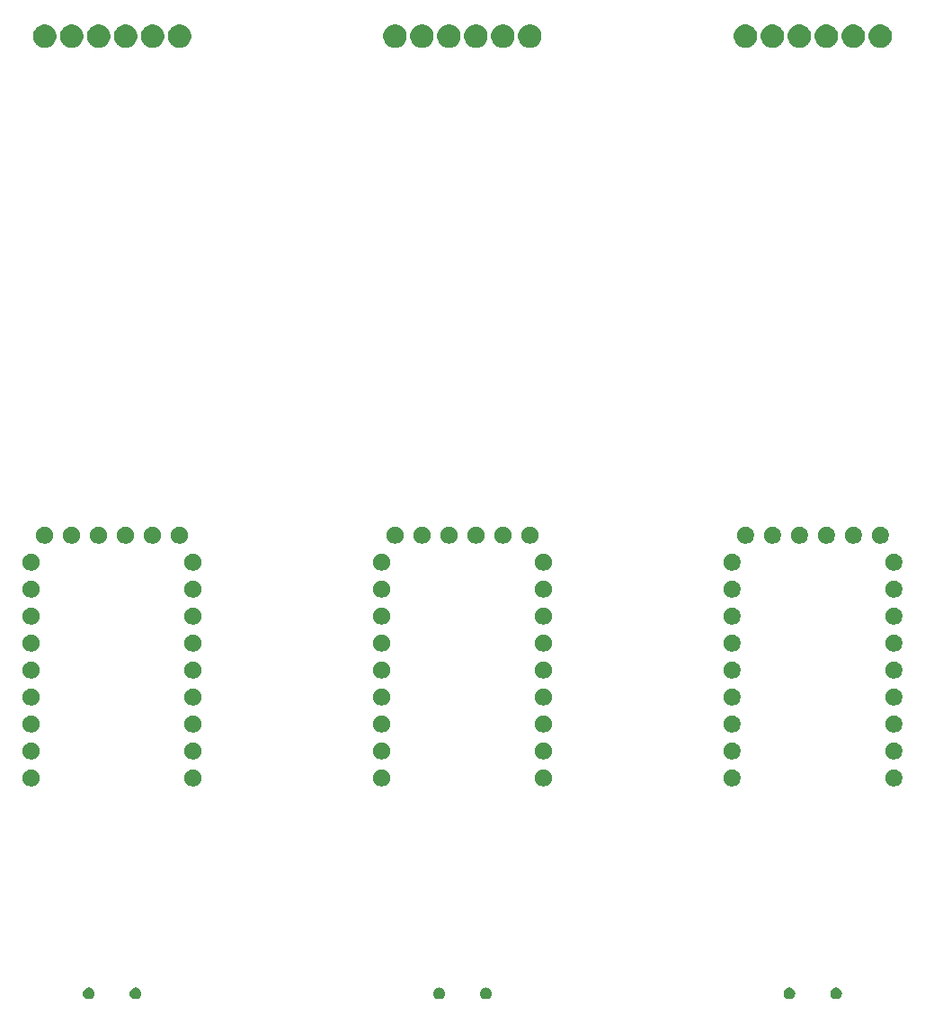
<source format=gbr>
G04 #@! TF.GenerationSoftware,KiCad,Pcbnew,5.0.2+dfsg1-1*
G04 #@! TF.CreationDate,2020-08-23T12:27:17+02:00*
G04 #@! TF.ProjectId,programmer,70726f67-7261-46d6-9d65-722e6b696361,rev?*
G04 #@! TF.SameCoordinates,Original*
G04 #@! TF.FileFunction,Soldermask,Bot*
G04 #@! TF.FilePolarity,Negative*
%FSLAX46Y46*%
G04 Gerber Fmt 4.6, Leading zero omitted, Abs format (unit mm)*
G04 Created by KiCad (PCBNEW 5.0.2+dfsg1-1) date Sun 23 Aug 2020 12:27:17 PM CEST*
%MOMM*%
%LPD*%
G01*
G04 APERTURE LIST*
%ADD10C,0.100000*%
G04 APERTURE END LIST*
D10*
G36*
X202410721Y-127700174D02*
X202510995Y-127741709D01*
X202601245Y-127802012D01*
X202677988Y-127878755D01*
X202738291Y-127969005D01*
X202779826Y-128069279D01*
X202801000Y-128175730D01*
X202801000Y-128284270D01*
X202779826Y-128390721D01*
X202738291Y-128490995D01*
X202677988Y-128581245D01*
X202601245Y-128657988D01*
X202510995Y-128718291D01*
X202410721Y-128759826D01*
X202304270Y-128781000D01*
X202195730Y-128781000D01*
X202089279Y-128759826D01*
X201989005Y-128718291D01*
X201898755Y-128657988D01*
X201822012Y-128581245D01*
X201761709Y-128490995D01*
X201720174Y-128390721D01*
X201699000Y-128284270D01*
X201699000Y-128175730D01*
X201720174Y-128069279D01*
X201761709Y-127969005D01*
X201822012Y-127878755D01*
X201898755Y-127802012D01*
X201989005Y-127741709D01*
X202089279Y-127700174D01*
X202195730Y-127679000D01*
X202304270Y-127679000D01*
X202410721Y-127700174D01*
X202410721Y-127700174D01*
G37*
G36*
X206810721Y-127700174D02*
X206910995Y-127741709D01*
X207001245Y-127802012D01*
X207077988Y-127878755D01*
X207138291Y-127969005D01*
X207179826Y-128069279D01*
X207201000Y-128175730D01*
X207201000Y-128284270D01*
X207179826Y-128390721D01*
X207138291Y-128490995D01*
X207077988Y-128581245D01*
X207001245Y-128657988D01*
X206910995Y-128718291D01*
X206810721Y-128759826D01*
X206704270Y-128781000D01*
X206595730Y-128781000D01*
X206489279Y-128759826D01*
X206389005Y-128718291D01*
X206298755Y-128657988D01*
X206222012Y-128581245D01*
X206161709Y-128490995D01*
X206120174Y-128390721D01*
X206099000Y-128284270D01*
X206099000Y-128175730D01*
X206120174Y-128069279D01*
X206161709Y-127969005D01*
X206222012Y-127878755D01*
X206298755Y-127802012D01*
X206389005Y-127741709D01*
X206489279Y-127700174D01*
X206595730Y-127679000D01*
X206704270Y-127679000D01*
X206810721Y-127700174D01*
X206810721Y-127700174D01*
G37*
G36*
X239810721Y-127700174D02*
X239910995Y-127741709D01*
X240001245Y-127802012D01*
X240077988Y-127878755D01*
X240138291Y-127969005D01*
X240179826Y-128069279D01*
X240201000Y-128175730D01*
X240201000Y-128284270D01*
X240179826Y-128390721D01*
X240138291Y-128490995D01*
X240077988Y-128581245D01*
X240001245Y-128657988D01*
X239910995Y-128718291D01*
X239810721Y-128759826D01*
X239704270Y-128781000D01*
X239595730Y-128781000D01*
X239489279Y-128759826D01*
X239389005Y-128718291D01*
X239298755Y-128657988D01*
X239222012Y-128581245D01*
X239161709Y-128490995D01*
X239120174Y-128390721D01*
X239099000Y-128284270D01*
X239099000Y-128175730D01*
X239120174Y-128069279D01*
X239161709Y-127969005D01*
X239222012Y-127878755D01*
X239298755Y-127802012D01*
X239389005Y-127741709D01*
X239489279Y-127700174D01*
X239595730Y-127679000D01*
X239704270Y-127679000D01*
X239810721Y-127700174D01*
X239810721Y-127700174D01*
G37*
G36*
X169410721Y-127700174D02*
X169510995Y-127741709D01*
X169601245Y-127802012D01*
X169677988Y-127878755D01*
X169738291Y-127969005D01*
X169779826Y-128069279D01*
X169801000Y-128175730D01*
X169801000Y-128284270D01*
X169779826Y-128390721D01*
X169738291Y-128490995D01*
X169677988Y-128581245D01*
X169601245Y-128657988D01*
X169510995Y-128718291D01*
X169410721Y-128759826D01*
X169304270Y-128781000D01*
X169195730Y-128781000D01*
X169089279Y-128759826D01*
X168989005Y-128718291D01*
X168898755Y-128657988D01*
X168822012Y-128581245D01*
X168761709Y-128490995D01*
X168720174Y-128390721D01*
X168699000Y-128284270D01*
X168699000Y-128175730D01*
X168720174Y-128069279D01*
X168761709Y-127969005D01*
X168822012Y-127878755D01*
X168898755Y-127802012D01*
X168989005Y-127741709D01*
X169089279Y-127700174D01*
X169195730Y-127679000D01*
X169304270Y-127679000D01*
X169410721Y-127700174D01*
X169410721Y-127700174D01*
G37*
G36*
X173810721Y-127700174D02*
X173910995Y-127741709D01*
X174001245Y-127802012D01*
X174077988Y-127878755D01*
X174138291Y-127969005D01*
X174179826Y-128069279D01*
X174201000Y-128175730D01*
X174201000Y-128284270D01*
X174179826Y-128390721D01*
X174138291Y-128490995D01*
X174077988Y-128581245D01*
X174001245Y-128657988D01*
X173910995Y-128718291D01*
X173810721Y-128759826D01*
X173704270Y-128781000D01*
X173595730Y-128781000D01*
X173489279Y-128759826D01*
X173389005Y-128718291D01*
X173298755Y-128657988D01*
X173222012Y-128581245D01*
X173161709Y-128490995D01*
X173120174Y-128390721D01*
X173099000Y-128284270D01*
X173099000Y-128175730D01*
X173120174Y-128069279D01*
X173161709Y-127969005D01*
X173222012Y-127878755D01*
X173298755Y-127802012D01*
X173389005Y-127741709D01*
X173489279Y-127700174D01*
X173595730Y-127679000D01*
X173704270Y-127679000D01*
X173810721Y-127700174D01*
X173810721Y-127700174D01*
G37*
G36*
X235410721Y-127700174D02*
X235510995Y-127741709D01*
X235601245Y-127802012D01*
X235677988Y-127878755D01*
X235738291Y-127969005D01*
X235779826Y-128069279D01*
X235801000Y-128175730D01*
X235801000Y-128284270D01*
X235779826Y-128390721D01*
X235738291Y-128490995D01*
X235677988Y-128581245D01*
X235601245Y-128657988D01*
X235510995Y-128718291D01*
X235410721Y-128759826D01*
X235304270Y-128781000D01*
X235195730Y-128781000D01*
X235089279Y-128759826D01*
X234989005Y-128718291D01*
X234898755Y-128657988D01*
X234822012Y-128581245D01*
X234761709Y-128490995D01*
X234720174Y-128390721D01*
X234699000Y-128284270D01*
X234699000Y-128175730D01*
X234720174Y-128069279D01*
X234761709Y-127969005D01*
X234822012Y-127878755D01*
X234898755Y-127802012D01*
X234989005Y-127741709D01*
X235089279Y-127700174D01*
X235195730Y-127679000D01*
X235304270Y-127679000D01*
X235410721Y-127700174D01*
X235410721Y-127700174D01*
G37*
G36*
X197067142Y-107168242D02*
X197215102Y-107229530D01*
X197348258Y-107318502D01*
X197461498Y-107431742D01*
X197550470Y-107564898D01*
X197611758Y-107712858D01*
X197643000Y-107869925D01*
X197643000Y-108030075D01*
X197611758Y-108187142D01*
X197550470Y-108335102D01*
X197461498Y-108468258D01*
X197348258Y-108581498D01*
X197215102Y-108670470D01*
X197067142Y-108731758D01*
X196910075Y-108763000D01*
X196749925Y-108763000D01*
X196592858Y-108731758D01*
X196444898Y-108670470D01*
X196311742Y-108581498D01*
X196198502Y-108468258D01*
X196109530Y-108335102D01*
X196048242Y-108187142D01*
X196017000Y-108030075D01*
X196017000Y-107869925D01*
X196048242Y-107712858D01*
X196109530Y-107564898D01*
X196198502Y-107431742D01*
X196311742Y-107318502D01*
X196444898Y-107229530D01*
X196592858Y-107168242D01*
X196749925Y-107137000D01*
X196910075Y-107137000D01*
X197067142Y-107168242D01*
X197067142Y-107168242D01*
G37*
G36*
X245307142Y-107168242D02*
X245455102Y-107229530D01*
X245588258Y-107318502D01*
X245701498Y-107431742D01*
X245790470Y-107564898D01*
X245851758Y-107712858D01*
X245883000Y-107869925D01*
X245883000Y-108030075D01*
X245851758Y-108187142D01*
X245790470Y-108335102D01*
X245701498Y-108468258D01*
X245588258Y-108581498D01*
X245455102Y-108670470D01*
X245307142Y-108731758D01*
X245150075Y-108763000D01*
X244989925Y-108763000D01*
X244832858Y-108731758D01*
X244684898Y-108670470D01*
X244551742Y-108581498D01*
X244438502Y-108468258D01*
X244349530Y-108335102D01*
X244288242Y-108187142D01*
X244257000Y-108030075D01*
X244257000Y-107869925D01*
X244288242Y-107712858D01*
X244349530Y-107564898D01*
X244438502Y-107431742D01*
X244551742Y-107318502D01*
X244684898Y-107229530D01*
X244832858Y-107168242D01*
X244989925Y-107137000D01*
X245150075Y-107137000D01*
X245307142Y-107168242D01*
X245307142Y-107168242D01*
G37*
G36*
X230067142Y-107168242D02*
X230215102Y-107229530D01*
X230348258Y-107318502D01*
X230461498Y-107431742D01*
X230550470Y-107564898D01*
X230611758Y-107712858D01*
X230643000Y-107869925D01*
X230643000Y-108030075D01*
X230611758Y-108187142D01*
X230550470Y-108335102D01*
X230461498Y-108468258D01*
X230348258Y-108581498D01*
X230215102Y-108670470D01*
X230067142Y-108731758D01*
X229910075Y-108763000D01*
X229749925Y-108763000D01*
X229592858Y-108731758D01*
X229444898Y-108670470D01*
X229311742Y-108581498D01*
X229198502Y-108468258D01*
X229109530Y-108335102D01*
X229048242Y-108187142D01*
X229017000Y-108030075D01*
X229017000Y-107869925D01*
X229048242Y-107712858D01*
X229109530Y-107564898D01*
X229198502Y-107431742D01*
X229311742Y-107318502D01*
X229444898Y-107229530D01*
X229592858Y-107168242D01*
X229749925Y-107137000D01*
X229910075Y-107137000D01*
X230067142Y-107168242D01*
X230067142Y-107168242D01*
G37*
G36*
X212307142Y-107168242D02*
X212455102Y-107229530D01*
X212588258Y-107318502D01*
X212701498Y-107431742D01*
X212790470Y-107564898D01*
X212851758Y-107712858D01*
X212883000Y-107869925D01*
X212883000Y-108030075D01*
X212851758Y-108187142D01*
X212790470Y-108335102D01*
X212701498Y-108468258D01*
X212588258Y-108581498D01*
X212455102Y-108670470D01*
X212307142Y-108731758D01*
X212150075Y-108763000D01*
X211989925Y-108763000D01*
X211832858Y-108731758D01*
X211684898Y-108670470D01*
X211551742Y-108581498D01*
X211438502Y-108468258D01*
X211349530Y-108335102D01*
X211288242Y-108187142D01*
X211257000Y-108030075D01*
X211257000Y-107869925D01*
X211288242Y-107712858D01*
X211349530Y-107564898D01*
X211438502Y-107431742D01*
X211551742Y-107318502D01*
X211684898Y-107229530D01*
X211832858Y-107168242D01*
X211989925Y-107137000D01*
X212150075Y-107137000D01*
X212307142Y-107168242D01*
X212307142Y-107168242D01*
G37*
G36*
X164067142Y-107168242D02*
X164215102Y-107229530D01*
X164348258Y-107318502D01*
X164461498Y-107431742D01*
X164550470Y-107564898D01*
X164611758Y-107712858D01*
X164643000Y-107869925D01*
X164643000Y-108030075D01*
X164611758Y-108187142D01*
X164550470Y-108335102D01*
X164461498Y-108468258D01*
X164348258Y-108581498D01*
X164215102Y-108670470D01*
X164067142Y-108731758D01*
X163910075Y-108763000D01*
X163749925Y-108763000D01*
X163592858Y-108731758D01*
X163444898Y-108670470D01*
X163311742Y-108581498D01*
X163198502Y-108468258D01*
X163109530Y-108335102D01*
X163048242Y-108187142D01*
X163017000Y-108030075D01*
X163017000Y-107869925D01*
X163048242Y-107712858D01*
X163109530Y-107564898D01*
X163198502Y-107431742D01*
X163311742Y-107318502D01*
X163444898Y-107229530D01*
X163592858Y-107168242D01*
X163749925Y-107137000D01*
X163910075Y-107137000D01*
X164067142Y-107168242D01*
X164067142Y-107168242D01*
G37*
G36*
X179307142Y-107168242D02*
X179455102Y-107229530D01*
X179588258Y-107318502D01*
X179701498Y-107431742D01*
X179790470Y-107564898D01*
X179851758Y-107712858D01*
X179883000Y-107869925D01*
X179883000Y-108030075D01*
X179851758Y-108187142D01*
X179790470Y-108335102D01*
X179701498Y-108468258D01*
X179588258Y-108581498D01*
X179455102Y-108670470D01*
X179307142Y-108731758D01*
X179150075Y-108763000D01*
X178989925Y-108763000D01*
X178832858Y-108731758D01*
X178684898Y-108670470D01*
X178551742Y-108581498D01*
X178438502Y-108468258D01*
X178349530Y-108335102D01*
X178288242Y-108187142D01*
X178257000Y-108030075D01*
X178257000Y-107869925D01*
X178288242Y-107712858D01*
X178349530Y-107564898D01*
X178438502Y-107431742D01*
X178551742Y-107318502D01*
X178684898Y-107229530D01*
X178832858Y-107168242D01*
X178989925Y-107137000D01*
X179150075Y-107137000D01*
X179307142Y-107168242D01*
X179307142Y-107168242D01*
G37*
G36*
X245307142Y-104628242D02*
X245455102Y-104689530D01*
X245588258Y-104778502D01*
X245701498Y-104891742D01*
X245790470Y-105024898D01*
X245851758Y-105172858D01*
X245883000Y-105329925D01*
X245883000Y-105490075D01*
X245851758Y-105647142D01*
X245790470Y-105795102D01*
X245701498Y-105928258D01*
X245588258Y-106041498D01*
X245455102Y-106130470D01*
X245307142Y-106191758D01*
X245150075Y-106223000D01*
X244989925Y-106223000D01*
X244832858Y-106191758D01*
X244684898Y-106130470D01*
X244551742Y-106041498D01*
X244438502Y-105928258D01*
X244349530Y-105795102D01*
X244288242Y-105647142D01*
X244257000Y-105490075D01*
X244257000Y-105329925D01*
X244288242Y-105172858D01*
X244349530Y-105024898D01*
X244438502Y-104891742D01*
X244551742Y-104778502D01*
X244684898Y-104689530D01*
X244832858Y-104628242D01*
X244989925Y-104597000D01*
X245150075Y-104597000D01*
X245307142Y-104628242D01*
X245307142Y-104628242D01*
G37*
G36*
X197067142Y-104628242D02*
X197215102Y-104689530D01*
X197348258Y-104778502D01*
X197461498Y-104891742D01*
X197550470Y-105024898D01*
X197611758Y-105172858D01*
X197643000Y-105329925D01*
X197643000Y-105490075D01*
X197611758Y-105647142D01*
X197550470Y-105795102D01*
X197461498Y-105928258D01*
X197348258Y-106041498D01*
X197215102Y-106130470D01*
X197067142Y-106191758D01*
X196910075Y-106223000D01*
X196749925Y-106223000D01*
X196592858Y-106191758D01*
X196444898Y-106130470D01*
X196311742Y-106041498D01*
X196198502Y-105928258D01*
X196109530Y-105795102D01*
X196048242Y-105647142D01*
X196017000Y-105490075D01*
X196017000Y-105329925D01*
X196048242Y-105172858D01*
X196109530Y-105024898D01*
X196198502Y-104891742D01*
X196311742Y-104778502D01*
X196444898Y-104689530D01*
X196592858Y-104628242D01*
X196749925Y-104597000D01*
X196910075Y-104597000D01*
X197067142Y-104628242D01*
X197067142Y-104628242D01*
G37*
G36*
X179307142Y-104628242D02*
X179455102Y-104689530D01*
X179588258Y-104778502D01*
X179701498Y-104891742D01*
X179790470Y-105024898D01*
X179851758Y-105172858D01*
X179883000Y-105329925D01*
X179883000Y-105490075D01*
X179851758Y-105647142D01*
X179790470Y-105795102D01*
X179701498Y-105928258D01*
X179588258Y-106041498D01*
X179455102Y-106130470D01*
X179307142Y-106191758D01*
X179150075Y-106223000D01*
X178989925Y-106223000D01*
X178832858Y-106191758D01*
X178684898Y-106130470D01*
X178551742Y-106041498D01*
X178438502Y-105928258D01*
X178349530Y-105795102D01*
X178288242Y-105647142D01*
X178257000Y-105490075D01*
X178257000Y-105329925D01*
X178288242Y-105172858D01*
X178349530Y-105024898D01*
X178438502Y-104891742D01*
X178551742Y-104778502D01*
X178684898Y-104689530D01*
X178832858Y-104628242D01*
X178989925Y-104597000D01*
X179150075Y-104597000D01*
X179307142Y-104628242D01*
X179307142Y-104628242D01*
G37*
G36*
X212307142Y-104628242D02*
X212455102Y-104689530D01*
X212588258Y-104778502D01*
X212701498Y-104891742D01*
X212790470Y-105024898D01*
X212851758Y-105172858D01*
X212883000Y-105329925D01*
X212883000Y-105490075D01*
X212851758Y-105647142D01*
X212790470Y-105795102D01*
X212701498Y-105928258D01*
X212588258Y-106041498D01*
X212455102Y-106130470D01*
X212307142Y-106191758D01*
X212150075Y-106223000D01*
X211989925Y-106223000D01*
X211832858Y-106191758D01*
X211684898Y-106130470D01*
X211551742Y-106041498D01*
X211438502Y-105928258D01*
X211349530Y-105795102D01*
X211288242Y-105647142D01*
X211257000Y-105490075D01*
X211257000Y-105329925D01*
X211288242Y-105172858D01*
X211349530Y-105024898D01*
X211438502Y-104891742D01*
X211551742Y-104778502D01*
X211684898Y-104689530D01*
X211832858Y-104628242D01*
X211989925Y-104597000D01*
X212150075Y-104597000D01*
X212307142Y-104628242D01*
X212307142Y-104628242D01*
G37*
G36*
X164067142Y-104628242D02*
X164215102Y-104689530D01*
X164348258Y-104778502D01*
X164461498Y-104891742D01*
X164550470Y-105024898D01*
X164611758Y-105172858D01*
X164643000Y-105329925D01*
X164643000Y-105490075D01*
X164611758Y-105647142D01*
X164550470Y-105795102D01*
X164461498Y-105928258D01*
X164348258Y-106041498D01*
X164215102Y-106130470D01*
X164067142Y-106191758D01*
X163910075Y-106223000D01*
X163749925Y-106223000D01*
X163592858Y-106191758D01*
X163444898Y-106130470D01*
X163311742Y-106041498D01*
X163198502Y-105928258D01*
X163109530Y-105795102D01*
X163048242Y-105647142D01*
X163017000Y-105490075D01*
X163017000Y-105329925D01*
X163048242Y-105172858D01*
X163109530Y-105024898D01*
X163198502Y-104891742D01*
X163311742Y-104778502D01*
X163444898Y-104689530D01*
X163592858Y-104628242D01*
X163749925Y-104597000D01*
X163910075Y-104597000D01*
X164067142Y-104628242D01*
X164067142Y-104628242D01*
G37*
G36*
X230067142Y-104628242D02*
X230215102Y-104689530D01*
X230348258Y-104778502D01*
X230461498Y-104891742D01*
X230550470Y-105024898D01*
X230611758Y-105172858D01*
X230643000Y-105329925D01*
X230643000Y-105490075D01*
X230611758Y-105647142D01*
X230550470Y-105795102D01*
X230461498Y-105928258D01*
X230348258Y-106041498D01*
X230215102Y-106130470D01*
X230067142Y-106191758D01*
X229910075Y-106223000D01*
X229749925Y-106223000D01*
X229592858Y-106191758D01*
X229444898Y-106130470D01*
X229311742Y-106041498D01*
X229198502Y-105928258D01*
X229109530Y-105795102D01*
X229048242Y-105647142D01*
X229017000Y-105490075D01*
X229017000Y-105329925D01*
X229048242Y-105172858D01*
X229109530Y-105024898D01*
X229198502Y-104891742D01*
X229311742Y-104778502D01*
X229444898Y-104689530D01*
X229592858Y-104628242D01*
X229749925Y-104597000D01*
X229910075Y-104597000D01*
X230067142Y-104628242D01*
X230067142Y-104628242D01*
G37*
G36*
X164067142Y-102088242D02*
X164215102Y-102149530D01*
X164348258Y-102238502D01*
X164461498Y-102351742D01*
X164550470Y-102484898D01*
X164611758Y-102632858D01*
X164643000Y-102789925D01*
X164643000Y-102950075D01*
X164611758Y-103107142D01*
X164550470Y-103255102D01*
X164461498Y-103388258D01*
X164348258Y-103501498D01*
X164215102Y-103590470D01*
X164067142Y-103651758D01*
X163910075Y-103683000D01*
X163749925Y-103683000D01*
X163592858Y-103651758D01*
X163444898Y-103590470D01*
X163311742Y-103501498D01*
X163198502Y-103388258D01*
X163109530Y-103255102D01*
X163048242Y-103107142D01*
X163017000Y-102950075D01*
X163017000Y-102789925D01*
X163048242Y-102632858D01*
X163109530Y-102484898D01*
X163198502Y-102351742D01*
X163311742Y-102238502D01*
X163444898Y-102149530D01*
X163592858Y-102088242D01*
X163749925Y-102057000D01*
X163910075Y-102057000D01*
X164067142Y-102088242D01*
X164067142Y-102088242D01*
G37*
G36*
X197067142Y-102088242D02*
X197215102Y-102149530D01*
X197348258Y-102238502D01*
X197461498Y-102351742D01*
X197550470Y-102484898D01*
X197611758Y-102632858D01*
X197643000Y-102789925D01*
X197643000Y-102950075D01*
X197611758Y-103107142D01*
X197550470Y-103255102D01*
X197461498Y-103388258D01*
X197348258Y-103501498D01*
X197215102Y-103590470D01*
X197067142Y-103651758D01*
X196910075Y-103683000D01*
X196749925Y-103683000D01*
X196592858Y-103651758D01*
X196444898Y-103590470D01*
X196311742Y-103501498D01*
X196198502Y-103388258D01*
X196109530Y-103255102D01*
X196048242Y-103107142D01*
X196017000Y-102950075D01*
X196017000Y-102789925D01*
X196048242Y-102632858D01*
X196109530Y-102484898D01*
X196198502Y-102351742D01*
X196311742Y-102238502D01*
X196444898Y-102149530D01*
X196592858Y-102088242D01*
X196749925Y-102057000D01*
X196910075Y-102057000D01*
X197067142Y-102088242D01*
X197067142Y-102088242D01*
G37*
G36*
X212307142Y-102088242D02*
X212455102Y-102149530D01*
X212588258Y-102238502D01*
X212701498Y-102351742D01*
X212790470Y-102484898D01*
X212851758Y-102632858D01*
X212883000Y-102789925D01*
X212883000Y-102950075D01*
X212851758Y-103107142D01*
X212790470Y-103255102D01*
X212701498Y-103388258D01*
X212588258Y-103501498D01*
X212455102Y-103590470D01*
X212307142Y-103651758D01*
X212150075Y-103683000D01*
X211989925Y-103683000D01*
X211832858Y-103651758D01*
X211684898Y-103590470D01*
X211551742Y-103501498D01*
X211438502Y-103388258D01*
X211349530Y-103255102D01*
X211288242Y-103107142D01*
X211257000Y-102950075D01*
X211257000Y-102789925D01*
X211288242Y-102632858D01*
X211349530Y-102484898D01*
X211438502Y-102351742D01*
X211551742Y-102238502D01*
X211684898Y-102149530D01*
X211832858Y-102088242D01*
X211989925Y-102057000D01*
X212150075Y-102057000D01*
X212307142Y-102088242D01*
X212307142Y-102088242D01*
G37*
G36*
X245307142Y-102088242D02*
X245455102Y-102149530D01*
X245588258Y-102238502D01*
X245701498Y-102351742D01*
X245790470Y-102484898D01*
X245851758Y-102632858D01*
X245883000Y-102789925D01*
X245883000Y-102950075D01*
X245851758Y-103107142D01*
X245790470Y-103255102D01*
X245701498Y-103388258D01*
X245588258Y-103501498D01*
X245455102Y-103590470D01*
X245307142Y-103651758D01*
X245150075Y-103683000D01*
X244989925Y-103683000D01*
X244832858Y-103651758D01*
X244684898Y-103590470D01*
X244551742Y-103501498D01*
X244438502Y-103388258D01*
X244349530Y-103255102D01*
X244288242Y-103107142D01*
X244257000Y-102950075D01*
X244257000Y-102789925D01*
X244288242Y-102632858D01*
X244349530Y-102484898D01*
X244438502Y-102351742D01*
X244551742Y-102238502D01*
X244684898Y-102149530D01*
X244832858Y-102088242D01*
X244989925Y-102057000D01*
X245150075Y-102057000D01*
X245307142Y-102088242D01*
X245307142Y-102088242D01*
G37*
G36*
X230067142Y-102088242D02*
X230215102Y-102149530D01*
X230348258Y-102238502D01*
X230461498Y-102351742D01*
X230550470Y-102484898D01*
X230611758Y-102632858D01*
X230643000Y-102789925D01*
X230643000Y-102950075D01*
X230611758Y-103107142D01*
X230550470Y-103255102D01*
X230461498Y-103388258D01*
X230348258Y-103501498D01*
X230215102Y-103590470D01*
X230067142Y-103651758D01*
X229910075Y-103683000D01*
X229749925Y-103683000D01*
X229592858Y-103651758D01*
X229444898Y-103590470D01*
X229311742Y-103501498D01*
X229198502Y-103388258D01*
X229109530Y-103255102D01*
X229048242Y-103107142D01*
X229017000Y-102950075D01*
X229017000Y-102789925D01*
X229048242Y-102632858D01*
X229109530Y-102484898D01*
X229198502Y-102351742D01*
X229311742Y-102238502D01*
X229444898Y-102149530D01*
X229592858Y-102088242D01*
X229749925Y-102057000D01*
X229910075Y-102057000D01*
X230067142Y-102088242D01*
X230067142Y-102088242D01*
G37*
G36*
X179307142Y-102088242D02*
X179455102Y-102149530D01*
X179588258Y-102238502D01*
X179701498Y-102351742D01*
X179790470Y-102484898D01*
X179851758Y-102632858D01*
X179883000Y-102789925D01*
X179883000Y-102950075D01*
X179851758Y-103107142D01*
X179790470Y-103255102D01*
X179701498Y-103388258D01*
X179588258Y-103501498D01*
X179455102Y-103590470D01*
X179307142Y-103651758D01*
X179150075Y-103683000D01*
X178989925Y-103683000D01*
X178832858Y-103651758D01*
X178684898Y-103590470D01*
X178551742Y-103501498D01*
X178438502Y-103388258D01*
X178349530Y-103255102D01*
X178288242Y-103107142D01*
X178257000Y-102950075D01*
X178257000Y-102789925D01*
X178288242Y-102632858D01*
X178349530Y-102484898D01*
X178438502Y-102351742D01*
X178551742Y-102238502D01*
X178684898Y-102149530D01*
X178832858Y-102088242D01*
X178989925Y-102057000D01*
X179150075Y-102057000D01*
X179307142Y-102088242D01*
X179307142Y-102088242D01*
G37*
G36*
X230067142Y-99548242D02*
X230215102Y-99609530D01*
X230348258Y-99698502D01*
X230461498Y-99811742D01*
X230550470Y-99944898D01*
X230611758Y-100092858D01*
X230643000Y-100249925D01*
X230643000Y-100410075D01*
X230611758Y-100567142D01*
X230550470Y-100715102D01*
X230461498Y-100848258D01*
X230348258Y-100961498D01*
X230215102Y-101050470D01*
X230067142Y-101111758D01*
X229910075Y-101143000D01*
X229749925Y-101143000D01*
X229592858Y-101111758D01*
X229444898Y-101050470D01*
X229311742Y-100961498D01*
X229198502Y-100848258D01*
X229109530Y-100715102D01*
X229048242Y-100567142D01*
X229017000Y-100410075D01*
X229017000Y-100249925D01*
X229048242Y-100092858D01*
X229109530Y-99944898D01*
X229198502Y-99811742D01*
X229311742Y-99698502D01*
X229444898Y-99609530D01*
X229592858Y-99548242D01*
X229749925Y-99517000D01*
X229910075Y-99517000D01*
X230067142Y-99548242D01*
X230067142Y-99548242D01*
G37*
G36*
X164067142Y-99548242D02*
X164215102Y-99609530D01*
X164348258Y-99698502D01*
X164461498Y-99811742D01*
X164550470Y-99944898D01*
X164611758Y-100092858D01*
X164643000Y-100249925D01*
X164643000Y-100410075D01*
X164611758Y-100567142D01*
X164550470Y-100715102D01*
X164461498Y-100848258D01*
X164348258Y-100961498D01*
X164215102Y-101050470D01*
X164067142Y-101111758D01*
X163910075Y-101143000D01*
X163749925Y-101143000D01*
X163592858Y-101111758D01*
X163444898Y-101050470D01*
X163311742Y-100961498D01*
X163198502Y-100848258D01*
X163109530Y-100715102D01*
X163048242Y-100567142D01*
X163017000Y-100410075D01*
X163017000Y-100249925D01*
X163048242Y-100092858D01*
X163109530Y-99944898D01*
X163198502Y-99811742D01*
X163311742Y-99698502D01*
X163444898Y-99609530D01*
X163592858Y-99548242D01*
X163749925Y-99517000D01*
X163910075Y-99517000D01*
X164067142Y-99548242D01*
X164067142Y-99548242D01*
G37*
G36*
X179307142Y-99548242D02*
X179455102Y-99609530D01*
X179588258Y-99698502D01*
X179701498Y-99811742D01*
X179790470Y-99944898D01*
X179851758Y-100092858D01*
X179883000Y-100249925D01*
X179883000Y-100410075D01*
X179851758Y-100567142D01*
X179790470Y-100715102D01*
X179701498Y-100848258D01*
X179588258Y-100961498D01*
X179455102Y-101050470D01*
X179307142Y-101111758D01*
X179150075Y-101143000D01*
X178989925Y-101143000D01*
X178832858Y-101111758D01*
X178684898Y-101050470D01*
X178551742Y-100961498D01*
X178438502Y-100848258D01*
X178349530Y-100715102D01*
X178288242Y-100567142D01*
X178257000Y-100410075D01*
X178257000Y-100249925D01*
X178288242Y-100092858D01*
X178349530Y-99944898D01*
X178438502Y-99811742D01*
X178551742Y-99698502D01*
X178684898Y-99609530D01*
X178832858Y-99548242D01*
X178989925Y-99517000D01*
X179150075Y-99517000D01*
X179307142Y-99548242D01*
X179307142Y-99548242D01*
G37*
G36*
X245307142Y-99548242D02*
X245455102Y-99609530D01*
X245588258Y-99698502D01*
X245701498Y-99811742D01*
X245790470Y-99944898D01*
X245851758Y-100092858D01*
X245883000Y-100249925D01*
X245883000Y-100410075D01*
X245851758Y-100567142D01*
X245790470Y-100715102D01*
X245701498Y-100848258D01*
X245588258Y-100961498D01*
X245455102Y-101050470D01*
X245307142Y-101111758D01*
X245150075Y-101143000D01*
X244989925Y-101143000D01*
X244832858Y-101111758D01*
X244684898Y-101050470D01*
X244551742Y-100961498D01*
X244438502Y-100848258D01*
X244349530Y-100715102D01*
X244288242Y-100567142D01*
X244257000Y-100410075D01*
X244257000Y-100249925D01*
X244288242Y-100092858D01*
X244349530Y-99944898D01*
X244438502Y-99811742D01*
X244551742Y-99698502D01*
X244684898Y-99609530D01*
X244832858Y-99548242D01*
X244989925Y-99517000D01*
X245150075Y-99517000D01*
X245307142Y-99548242D01*
X245307142Y-99548242D01*
G37*
G36*
X197067142Y-99548242D02*
X197215102Y-99609530D01*
X197348258Y-99698502D01*
X197461498Y-99811742D01*
X197550470Y-99944898D01*
X197611758Y-100092858D01*
X197643000Y-100249925D01*
X197643000Y-100410075D01*
X197611758Y-100567142D01*
X197550470Y-100715102D01*
X197461498Y-100848258D01*
X197348258Y-100961498D01*
X197215102Y-101050470D01*
X197067142Y-101111758D01*
X196910075Y-101143000D01*
X196749925Y-101143000D01*
X196592858Y-101111758D01*
X196444898Y-101050470D01*
X196311742Y-100961498D01*
X196198502Y-100848258D01*
X196109530Y-100715102D01*
X196048242Y-100567142D01*
X196017000Y-100410075D01*
X196017000Y-100249925D01*
X196048242Y-100092858D01*
X196109530Y-99944898D01*
X196198502Y-99811742D01*
X196311742Y-99698502D01*
X196444898Y-99609530D01*
X196592858Y-99548242D01*
X196749925Y-99517000D01*
X196910075Y-99517000D01*
X197067142Y-99548242D01*
X197067142Y-99548242D01*
G37*
G36*
X212307142Y-99548242D02*
X212455102Y-99609530D01*
X212588258Y-99698502D01*
X212701498Y-99811742D01*
X212790470Y-99944898D01*
X212851758Y-100092858D01*
X212883000Y-100249925D01*
X212883000Y-100410075D01*
X212851758Y-100567142D01*
X212790470Y-100715102D01*
X212701498Y-100848258D01*
X212588258Y-100961498D01*
X212455102Y-101050470D01*
X212307142Y-101111758D01*
X212150075Y-101143000D01*
X211989925Y-101143000D01*
X211832858Y-101111758D01*
X211684898Y-101050470D01*
X211551742Y-100961498D01*
X211438502Y-100848258D01*
X211349530Y-100715102D01*
X211288242Y-100567142D01*
X211257000Y-100410075D01*
X211257000Y-100249925D01*
X211288242Y-100092858D01*
X211349530Y-99944898D01*
X211438502Y-99811742D01*
X211551742Y-99698502D01*
X211684898Y-99609530D01*
X211832858Y-99548242D01*
X211989925Y-99517000D01*
X212150075Y-99517000D01*
X212307142Y-99548242D01*
X212307142Y-99548242D01*
G37*
G36*
X212307142Y-97008242D02*
X212455102Y-97069530D01*
X212588258Y-97158502D01*
X212701498Y-97271742D01*
X212790470Y-97404898D01*
X212851758Y-97552858D01*
X212883000Y-97709925D01*
X212883000Y-97870075D01*
X212851758Y-98027142D01*
X212790470Y-98175102D01*
X212701498Y-98308258D01*
X212588258Y-98421498D01*
X212455102Y-98510470D01*
X212307142Y-98571758D01*
X212150075Y-98603000D01*
X211989925Y-98603000D01*
X211832858Y-98571758D01*
X211684898Y-98510470D01*
X211551742Y-98421498D01*
X211438502Y-98308258D01*
X211349530Y-98175102D01*
X211288242Y-98027142D01*
X211257000Y-97870075D01*
X211257000Y-97709925D01*
X211288242Y-97552858D01*
X211349530Y-97404898D01*
X211438502Y-97271742D01*
X211551742Y-97158502D01*
X211684898Y-97069530D01*
X211832858Y-97008242D01*
X211989925Y-96977000D01*
X212150075Y-96977000D01*
X212307142Y-97008242D01*
X212307142Y-97008242D01*
G37*
G36*
X164067142Y-97008242D02*
X164215102Y-97069530D01*
X164348258Y-97158502D01*
X164461498Y-97271742D01*
X164550470Y-97404898D01*
X164611758Y-97552858D01*
X164643000Y-97709925D01*
X164643000Y-97870075D01*
X164611758Y-98027142D01*
X164550470Y-98175102D01*
X164461498Y-98308258D01*
X164348258Y-98421498D01*
X164215102Y-98510470D01*
X164067142Y-98571758D01*
X163910075Y-98603000D01*
X163749925Y-98603000D01*
X163592858Y-98571758D01*
X163444898Y-98510470D01*
X163311742Y-98421498D01*
X163198502Y-98308258D01*
X163109530Y-98175102D01*
X163048242Y-98027142D01*
X163017000Y-97870075D01*
X163017000Y-97709925D01*
X163048242Y-97552858D01*
X163109530Y-97404898D01*
X163198502Y-97271742D01*
X163311742Y-97158502D01*
X163444898Y-97069530D01*
X163592858Y-97008242D01*
X163749925Y-96977000D01*
X163910075Y-96977000D01*
X164067142Y-97008242D01*
X164067142Y-97008242D01*
G37*
G36*
X197067142Y-97008242D02*
X197215102Y-97069530D01*
X197348258Y-97158502D01*
X197461498Y-97271742D01*
X197550470Y-97404898D01*
X197611758Y-97552858D01*
X197643000Y-97709925D01*
X197643000Y-97870075D01*
X197611758Y-98027142D01*
X197550470Y-98175102D01*
X197461498Y-98308258D01*
X197348258Y-98421498D01*
X197215102Y-98510470D01*
X197067142Y-98571758D01*
X196910075Y-98603000D01*
X196749925Y-98603000D01*
X196592858Y-98571758D01*
X196444898Y-98510470D01*
X196311742Y-98421498D01*
X196198502Y-98308258D01*
X196109530Y-98175102D01*
X196048242Y-98027142D01*
X196017000Y-97870075D01*
X196017000Y-97709925D01*
X196048242Y-97552858D01*
X196109530Y-97404898D01*
X196198502Y-97271742D01*
X196311742Y-97158502D01*
X196444898Y-97069530D01*
X196592858Y-97008242D01*
X196749925Y-96977000D01*
X196910075Y-96977000D01*
X197067142Y-97008242D01*
X197067142Y-97008242D01*
G37*
G36*
X179307142Y-97008242D02*
X179455102Y-97069530D01*
X179588258Y-97158502D01*
X179701498Y-97271742D01*
X179790470Y-97404898D01*
X179851758Y-97552858D01*
X179883000Y-97709925D01*
X179883000Y-97870075D01*
X179851758Y-98027142D01*
X179790470Y-98175102D01*
X179701498Y-98308258D01*
X179588258Y-98421498D01*
X179455102Y-98510470D01*
X179307142Y-98571758D01*
X179150075Y-98603000D01*
X178989925Y-98603000D01*
X178832858Y-98571758D01*
X178684898Y-98510470D01*
X178551742Y-98421498D01*
X178438502Y-98308258D01*
X178349530Y-98175102D01*
X178288242Y-98027142D01*
X178257000Y-97870075D01*
X178257000Y-97709925D01*
X178288242Y-97552858D01*
X178349530Y-97404898D01*
X178438502Y-97271742D01*
X178551742Y-97158502D01*
X178684898Y-97069530D01*
X178832858Y-97008242D01*
X178989925Y-96977000D01*
X179150075Y-96977000D01*
X179307142Y-97008242D01*
X179307142Y-97008242D01*
G37*
G36*
X245307142Y-97008242D02*
X245455102Y-97069530D01*
X245588258Y-97158502D01*
X245701498Y-97271742D01*
X245790470Y-97404898D01*
X245851758Y-97552858D01*
X245883000Y-97709925D01*
X245883000Y-97870075D01*
X245851758Y-98027142D01*
X245790470Y-98175102D01*
X245701498Y-98308258D01*
X245588258Y-98421498D01*
X245455102Y-98510470D01*
X245307142Y-98571758D01*
X245150075Y-98603000D01*
X244989925Y-98603000D01*
X244832858Y-98571758D01*
X244684898Y-98510470D01*
X244551742Y-98421498D01*
X244438502Y-98308258D01*
X244349530Y-98175102D01*
X244288242Y-98027142D01*
X244257000Y-97870075D01*
X244257000Y-97709925D01*
X244288242Y-97552858D01*
X244349530Y-97404898D01*
X244438502Y-97271742D01*
X244551742Y-97158502D01*
X244684898Y-97069530D01*
X244832858Y-97008242D01*
X244989925Y-96977000D01*
X245150075Y-96977000D01*
X245307142Y-97008242D01*
X245307142Y-97008242D01*
G37*
G36*
X230067142Y-97008242D02*
X230215102Y-97069530D01*
X230348258Y-97158502D01*
X230461498Y-97271742D01*
X230550470Y-97404898D01*
X230611758Y-97552858D01*
X230643000Y-97709925D01*
X230643000Y-97870075D01*
X230611758Y-98027142D01*
X230550470Y-98175102D01*
X230461498Y-98308258D01*
X230348258Y-98421498D01*
X230215102Y-98510470D01*
X230067142Y-98571758D01*
X229910075Y-98603000D01*
X229749925Y-98603000D01*
X229592858Y-98571758D01*
X229444898Y-98510470D01*
X229311742Y-98421498D01*
X229198502Y-98308258D01*
X229109530Y-98175102D01*
X229048242Y-98027142D01*
X229017000Y-97870075D01*
X229017000Y-97709925D01*
X229048242Y-97552858D01*
X229109530Y-97404898D01*
X229198502Y-97271742D01*
X229311742Y-97158502D01*
X229444898Y-97069530D01*
X229592858Y-97008242D01*
X229749925Y-96977000D01*
X229910075Y-96977000D01*
X230067142Y-97008242D01*
X230067142Y-97008242D01*
G37*
G36*
X164067142Y-94468242D02*
X164215102Y-94529530D01*
X164348258Y-94618502D01*
X164461498Y-94731742D01*
X164550470Y-94864898D01*
X164611758Y-95012858D01*
X164643000Y-95169925D01*
X164643000Y-95330075D01*
X164611758Y-95487142D01*
X164550470Y-95635102D01*
X164461498Y-95768258D01*
X164348258Y-95881498D01*
X164215102Y-95970470D01*
X164067142Y-96031758D01*
X163910075Y-96063000D01*
X163749925Y-96063000D01*
X163592858Y-96031758D01*
X163444898Y-95970470D01*
X163311742Y-95881498D01*
X163198502Y-95768258D01*
X163109530Y-95635102D01*
X163048242Y-95487142D01*
X163017000Y-95330075D01*
X163017000Y-95169925D01*
X163048242Y-95012858D01*
X163109530Y-94864898D01*
X163198502Y-94731742D01*
X163311742Y-94618502D01*
X163444898Y-94529530D01*
X163592858Y-94468242D01*
X163749925Y-94437000D01*
X163910075Y-94437000D01*
X164067142Y-94468242D01*
X164067142Y-94468242D01*
G37*
G36*
X245307142Y-94468242D02*
X245455102Y-94529530D01*
X245588258Y-94618502D01*
X245701498Y-94731742D01*
X245790470Y-94864898D01*
X245851758Y-95012858D01*
X245883000Y-95169925D01*
X245883000Y-95330075D01*
X245851758Y-95487142D01*
X245790470Y-95635102D01*
X245701498Y-95768258D01*
X245588258Y-95881498D01*
X245455102Y-95970470D01*
X245307142Y-96031758D01*
X245150075Y-96063000D01*
X244989925Y-96063000D01*
X244832858Y-96031758D01*
X244684898Y-95970470D01*
X244551742Y-95881498D01*
X244438502Y-95768258D01*
X244349530Y-95635102D01*
X244288242Y-95487142D01*
X244257000Y-95330075D01*
X244257000Y-95169925D01*
X244288242Y-95012858D01*
X244349530Y-94864898D01*
X244438502Y-94731742D01*
X244551742Y-94618502D01*
X244684898Y-94529530D01*
X244832858Y-94468242D01*
X244989925Y-94437000D01*
X245150075Y-94437000D01*
X245307142Y-94468242D01*
X245307142Y-94468242D01*
G37*
G36*
X212307142Y-94468242D02*
X212455102Y-94529530D01*
X212588258Y-94618502D01*
X212701498Y-94731742D01*
X212790470Y-94864898D01*
X212851758Y-95012858D01*
X212883000Y-95169925D01*
X212883000Y-95330075D01*
X212851758Y-95487142D01*
X212790470Y-95635102D01*
X212701498Y-95768258D01*
X212588258Y-95881498D01*
X212455102Y-95970470D01*
X212307142Y-96031758D01*
X212150075Y-96063000D01*
X211989925Y-96063000D01*
X211832858Y-96031758D01*
X211684898Y-95970470D01*
X211551742Y-95881498D01*
X211438502Y-95768258D01*
X211349530Y-95635102D01*
X211288242Y-95487142D01*
X211257000Y-95330075D01*
X211257000Y-95169925D01*
X211288242Y-95012858D01*
X211349530Y-94864898D01*
X211438502Y-94731742D01*
X211551742Y-94618502D01*
X211684898Y-94529530D01*
X211832858Y-94468242D01*
X211989925Y-94437000D01*
X212150075Y-94437000D01*
X212307142Y-94468242D01*
X212307142Y-94468242D01*
G37*
G36*
X179307142Y-94468242D02*
X179455102Y-94529530D01*
X179588258Y-94618502D01*
X179701498Y-94731742D01*
X179790470Y-94864898D01*
X179851758Y-95012858D01*
X179883000Y-95169925D01*
X179883000Y-95330075D01*
X179851758Y-95487142D01*
X179790470Y-95635102D01*
X179701498Y-95768258D01*
X179588258Y-95881498D01*
X179455102Y-95970470D01*
X179307142Y-96031758D01*
X179150075Y-96063000D01*
X178989925Y-96063000D01*
X178832858Y-96031758D01*
X178684898Y-95970470D01*
X178551742Y-95881498D01*
X178438502Y-95768258D01*
X178349530Y-95635102D01*
X178288242Y-95487142D01*
X178257000Y-95330075D01*
X178257000Y-95169925D01*
X178288242Y-95012858D01*
X178349530Y-94864898D01*
X178438502Y-94731742D01*
X178551742Y-94618502D01*
X178684898Y-94529530D01*
X178832858Y-94468242D01*
X178989925Y-94437000D01*
X179150075Y-94437000D01*
X179307142Y-94468242D01*
X179307142Y-94468242D01*
G37*
G36*
X197067142Y-94468242D02*
X197215102Y-94529530D01*
X197348258Y-94618502D01*
X197461498Y-94731742D01*
X197550470Y-94864898D01*
X197611758Y-95012858D01*
X197643000Y-95169925D01*
X197643000Y-95330075D01*
X197611758Y-95487142D01*
X197550470Y-95635102D01*
X197461498Y-95768258D01*
X197348258Y-95881498D01*
X197215102Y-95970470D01*
X197067142Y-96031758D01*
X196910075Y-96063000D01*
X196749925Y-96063000D01*
X196592858Y-96031758D01*
X196444898Y-95970470D01*
X196311742Y-95881498D01*
X196198502Y-95768258D01*
X196109530Y-95635102D01*
X196048242Y-95487142D01*
X196017000Y-95330075D01*
X196017000Y-95169925D01*
X196048242Y-95012858D01*
X196109530Y-94864898D01*
X196198502Y-94731742D01*
X196311742Y-94618502D01*
X196444898Y-94529530D01*
X196592858Y-94468242D01*
X196749925Y-94437000D01*
X196910075Y-94437000D01*
X197067142Y-94468242D01*
X197067142Y-94468242D01*
G37*
G36*
X230067142Y-94468242D02*
X230215102Y-94529530D01*
X230348258Y-94618502D01*
X230461498Y-94731742D01*
X230550470Y-94864898D01*
X230611758Y-95012858D01*
X230643000Y-95169925D01*
X230643000Y-95330075D01*
X230611758Y-95487142D01*
X230550470Y-95635102D01*
X230461498Y-95768258D01*
X230348258Y-95881498D01*
X230215102Y-95970470D01*
X230067142Y-96031758D01*
X229910075Y-96063000D01*
X229749925Y-96063000D01*
X229592858Y-96031758D01*
X229444898Y-95970470D01*
X229311742Y-95881498D01*
X229198502Y-95768258D01*
X229109530Y-95635102D01*
X229048242Y-95487142D01*
X229017000Y-95330075D01*
X229017000Y-95169925D01*
X229048242Y-95012858D01*
X229109530Y-94864898D01*
X229198502Y-94731742D01*
X229311742Y-94618502D01*
X229444898Y-94529530D01*
X229592858Y-94468242D01*
X229749925Y-94437000D01*
X229910075Y-94437000D01*
X230067142Y-94468242D01*
X230067142Y-94468242D01*
G37*
G36*
X164067142Y-91928242D02*
X164215102Y-91989530D01*
X164348258Y-92078502D01*
X164461498Y-92191742D01*
X164550470Y-92324898D01*
X164611758Y-92472858D01*
X164643000Y-92629925D01*
X164643000Y-92790075D01*
X164611758Y-92947142D01*
X164550470Y-93095102D01*
X164461498Y-93228258D01*
X164348258Y-93341498D01*
X164215102Y-93430470D01*
X164067142Y-93491758D01*
X163910075Y-93523000D01*
X163749925Y-93523000D01*
X163592858Y-93491758D01*
X163444898Y-93430470D01*
X163311742Y-93341498D01*
X163198502Y-93228258D01*
X163109530Y-93095102D01*
X163048242Y-92947142D01*
X163017000Y-92790075D01*
X163017000Y-92629925D01*
X163048242Y-92472858D01*
X163109530Y-92324898D01*
X163198502Y-92191742D01*
X163311742Y-92078502D01*
X163444898Y-91989530D01*
X163592858Y-91928242D01*
X163749925Y-91897000D01*
X163910075Y-91897000D01*
X164067142Y-91928242D01*
X164067142Y-91928242D01*
G37*
G36*
X230067142Y-91928242D02*
X230215102Y-91989530D01*
X230348258Y-92078502D01*
X230461498Y-92191742D01*
X230550470Y-92324898D01*
X230611758Y-92472858D01*
X230643000Y-92629925D01*
X230643000Y-92790075D01*
X230611758Y-92947142D01*
X230550470Y-93095102D01*
X230461498Y-93228258D01*
X230348258Y-93341498D01*
X230215102Y-93430470D01*
X230067142Y-93491758D01*
X229910075Y-93523000D01*
X229749925Y-93523000D01*
X229592858Y-93491758D01*
X229444898Y-93430470D01*
X229311742Y-93341498D01*
X229198502Y-93228258D01*
X229109530Y-93095102D01*
X229048242Y-92947142D01*
X229017000Y-92790075D01*
X229017000Y-92629925D01*
X229048242Y-92472858D01*
X229109530Y-92324898D01*
X229198502Y-92191742D01*
X229311742Y-92078502D01*
X229444898Y-91989530D01*
X229592858Y-91928242D01*
X229749925Y-91897000D01*
X229910075Y-91897000D01*
X230067142Y-91928242D01*
X230067142Y-91928242D01*
G37*
G36*
X179307142Y-91928242D02*
X179455102Y-91989530D01*
X179588258Y-92078502D01*
X179701498Y-92191742D01*
X179790470Y-92324898D01*
X179851758Y-92472858D01*
X179883000Y-92629925D01*
X179883000Y-92790075D01*
X179851758Y-92947142D01*
X179790470Y-93095102D01*
X179701498Y-93228258D01*
X179588258Y-93341498D01*
X179455102Y-93430470D01*
X179307142Y-93491758D01*
X179150075Y-93523000D01*
X178989925Y-93523000D01*
X178832858Y-93491758D01*
X178684898Y-93430470D01*
X178551742Y-93341498D01*
X178438502Y-93228258D01*
X178349530Y-93095102D01*
X178288242Y-92947142D01*
X178257000Y-92790075D01*
X178257000Y-92629925D01*
X178288242Y-92472858D01*
X178349530Y-92324898D01*
X178438502Y-92191742D01*
X178551742Y-92078502D01*
X178684898Y-91989530D01*
X178832858Y-91928242D01*
X178989925Y-91897000D01*
X179150075Y-91897000D01*
X179307142Y-91928242D01*
X179307142Y-91928242D01*
G37*
G36*
X197067142Y-91928242D02*
X197215102Y-91989530D01*
X197348258Y-92078502D01*
X197461498Y-92191742D01*
X197550470Y-92324898D01*
X197611758Y-92472858D01*
X197643000Y-92629925D01*
X197643000Y-92790075D01*
X197611758Y-92947142D01*
X197550470Y-93095102D01*
X197461498Y-93228258D01*
X197348258Y-93341498D01*
X197215102Y-93430470D01*
X197067142Y-93491758D01*
X196910075Y-93523000D01*
X196749925Y-93523000D01*
X196592858Y-93491758D01*
X196444898Y-93430470D01*
X196311742Y-93341498D01*
X196198502Y-93228258D01*
X196109530Y-93095102D01*
X196048242Y-92947142D01*
X196017000Y-92790075D01*
X196017000Y-92629925D01*
X196048242Y-92472858D01*
X196109530Y-92324898D01*
X196198502Y-92191742D01*
X196311742Y-92078502D01*
X196444898Y-91989530D01*
X196592858Y-91928242D01*
X196749925Y-91897000D01*
X196910075Y-91897000D01*
X197067142Y-91928242D01*
X197067142Y-91928242D01*
G37*
G36*
X245307142Y-91928242D02*
X245455102Y-91989530D01*
X245588258Y-92078502D01*
X245701498Y-92191742D01*
X245790470Y-92324898D01*
X245851758Y-92472858D01*
X245883000Y-92629925D01*
X245883000Y-92790075D01*
X245851758Y-92947142D01*
X245790470Y-93095102D01*
X245701498Y-93228258D01*
X245588258Y-93341498D01*
X245455102Y-93430470D01*
X245307142Y-93491758D01*
X245150075Y-93523000D01*
X244989925Y-93523000D01*
X244832858Y-93491758D01*
X244684898Y-93430470D01*
X244551742Y-93341498D01*
X244438502Y-93228258D01*
X244349530Y-93095102D01*
X244288242Y-92947142D01*
X244257000Y-92790075D01*
X244257000Y-92629925D01*
X244288242Y-92472858D01*
X244349530Y-92324898D01*
X244438502Y-92191742D01*
X244551742Y-92078502D01*
X244684898Y-91989530D01*
X244832858Y-91928242D01*
X244989925Y-91897000D01*
X245150075Y-91897000D01*
X245307142Y-91928242D01*
X245307142Y-91928242D01*
G37*
G36*
X212307142Y-91928242D02*
X212455102Y-91989530D01*
X212588258Y-92078502D01*
X212701498Y-92191742D01*
X212790470Y-92324898D01*
X212851758Y-92472858D01*
X212883000Y-92629925D01*
X212883000Y-92790075D01*
X212851758Y-92947142D01*
X212790470Y-93095102D01*
X212701498Y-93228258D01*
X212588258Y-93341498D01*
X212455102Y-93430470D01*
X212307142Y-93491758D01*
X212150075Y-93523000D01*
X211989925Y-93523000D01*
X211832858Y-93491758D01*
X211684898Y-93430470D01*
X211551742Y-93341498D01*
X211438502Y-93228258D01*
X211349530Y-93095102D01*
X211288242Y-92947142D01*
X211257000Y-92790075D01*
X211257000Y-92629925D01*
X211288242Y-92472858D01*
X211349530Y-92324898D01*
X211438502Y-92191742D01*
X211551742Y-92078502D01*
X211684898Y-91989530D01*
X211832858Y-91928242D01*
X211989925Y-91897000D01*
X212150075Y-91897000D01*
X212307142Y-91928242D01*
X212307142Y-91928242D01*
G37*
G36*
X197067142Y-89388242D02*
X197215102Y-89449530D01*
X197348258Y-89538502D01*
X197461498Y-89651742D01*
X197550470Y-89784898D01*
X197611758Y-89932858D01*
X197643000Y-90089925D01*
X197643000Y-90250075D01*
X197611758Y-90407142D01*
X197550470Y-90555102D01*
X197461498Y-90688258D01*
X197348258Y-90801498D01*
X197215102Y-90890470D01*
X197067142Y-90951758D01*
X196910075Y-90983000D01*
X196749925Y-90983000D01*
X196592858Y-90951758D01*
X196444898Y-90890470D01*
X196311742Y-90801498D01*
X196198502Y-90688258D01*
X196109530Y-90555102D01*
X196048242Y-90407142D01*
X196017000Y-90250075D01*
X196017000Y-90089925D01*
X196048242Y-89932858D01*
X196109530Y-89784898D01*
X196198502Y-89651742D01*
X196311742Y-89538502D01*
X196444898Y-89449530D01*
X196592858Y-89388242D01*
X196749925Y-89357000D01*
X196910075Y-89357000D01*
X197067142Y-89388242D01*
X197067142Y-89388242D01*
G37*
G36*
X164067142Y-89388242D02*
X164215102Y-89449530D01*
X164348258Y-89538502D01*
X164461498Y-89651742D01*
X164550470Y-89784898D01*
X164611758Y-89932858D01*
X164643000Y-90089925D01*
X164643000Y-90250075D01*
X164611758Y-90407142D01*
X164550470Y-90555102D01*
X164461498Y-90688258D01*
X164348258Y-90801498D01*
X164215102Y-90890470D01*
X164067142Y-90951758D01*
X163910075Y-90983000D01*
X163749925Y-90983000D01*
X163592858Y-90951758D01*
X163444898Y-90890470D01*
X163311742Y-90801498D01*
X163198502Y-90688258D01*
X163109530Y-90555102D01*
X163048242Y-90407142D01*
X163017000Y-90250075D01*
X163017000Y-90089925D01*
X163048242Y-89932858D01*
X163109530Y-89784898D01*
X163198502Y-89651742D01*
X163311742Y-89538502D01*
X163444898Y-89449530D01*
X163592858Y-89388242D01*
X163749925Y-89357000D01*
X163910075Y-89357000D01*
X164067142Y-89388242D01*
X164067142Y-89388242D01*
G37*
G36*
X212307142Y-89388242D02*
X212455102Y-89449530D01*
X212588258Y-89538502D01*
X212701498Y-89651742D01*
X212790470Y-89784898D01*
X212851758Y-89932858D01*
X212883000Y-90089925D01*
X212883000Y-90250075D01*
X212851758Y-90407142D01*
X212790470Y-90555102D01*
X212701498Y-90688258D01*
X212588258Y-90801498D01*
X212455102Y-90890470D01*
X212307142Y-90951758D01*
X212150075Y-90983000D01*
X211989925Y-90983000D01*
X211832858Y-90951758D01*
X211684898Y-90890470D01*
X211551742Y-90801498D01*
X211438502Y-90688258D01*
X211349530Y-90555102D01*
X211288242Y-90407142D01*
X211257000Y-90250075D01*
X211257000Y-90089925D01*
X211288242Y-89932858D01*
X211349530Y-89784898D01*
X211438502Y-89651742D01*
X211551742Y-89538502D01*
X211684898Y-89449530D01*
X211832858Y-89388242D01*
X211989925Y-89357000D01*
X212150075Y-89357000D01*
X212307142Y-89388242D01*
X212307142Y-89388242D01*
G37*
G36*
X230067142Y-89388242D02*
X230215102Y-89449530D01*
X230348258Y-89538502D01*
X230461498Y-89651742D01*
X230550470Y-89784898D01*
X230611758Y-89932858D01*
X230643000Y-90089925D01*
X230643000Y-90250075D01*
X230611758Y-90407142D01*
X230550470Y-90555102D01*
X230461498Y-90688258D01*
X230348258Y-90801498D01*
X230215102Y-90890470D01*
X230067142Y-90951758D01*
X229910075Y-90983000D01*
X229749925Y-90983000D01*
X229592858Y-90951758D01*
X229444898Y-90890470D01*
X229311742Y-90801498D01*
X229198502Y-90688258D01*
X229109530Y-90555102D01*
X229048242Y-90407142D01*
X229017000Y-90250075D01*
X229017000Y-90089925D01*
X229048242Y-89932858D01*
X229109530Y-89784898D01*
X229198502Y-89651742D01*
X229311742Y-89538502D01*
X229444898Y-89449530D01*
X229592858Y-89388242D01*
X229749925Y-89357000D01*
X229910075Y-89357000D01*
X230067142Y-89388242D01*
X230067142Y-89388242D01*
G37*
G36*
X245307142Y-89388242D02*
X245455102Y-89449530D01*
X245588258Y-89538502D01*
X245701498Y-89651742D01*
X245790470Y-89784898D01*
X245851758Y-89932858D01*
X245883000Y-90089925D01*
X245883000Y-90250075D01*
X245851758Y-90407142D01*
X245790470Y-90555102D01*
X245701498Y-90688258D01*
X245588258Y-90801498D01*
X245455102Y-90890470D01*
X245307142Y-90951758D01*
X245150075Y-90983000D01*
X244989925Y-90983000D01*
X244832858Y-90951758D01*
X244684898Y-90890470D01*
X244551742Y-90801498D01*
X244438502Y-90688258D01*
X244349530Y-90555102D01*
X244288242Y-90407142D01*
X244257000Y-90250075D01*
X244257000Y-90089925D01*
X244288242Y-89932858D01*
X244349530Y-89784898D01*
X244438502Y-89651742D01*
X244551742Y-89538502D01*
X244684898Y-89449530D01*
X244832858Y-89388242D01*
X244989925Y-89357000D01*
X245150075Y-89357000D01*
X245307142Y-89388242D01*
X245307142Y-89388242D01*
G37*
G36*
X179307142Y-89388242D02*
X179455102Y-89449530D01*
X179588258Y-89538502D01*
X179701498Y-89651742D01*
X179790470Y-89784898D01*
X179851758Y-89932858D01*
X179883000Y-90089925D01*
X179883000Y-90250075D01*
X179851758Y-90407142D01*
X179790470Y-90555102D01*
X179701498Y-90688258D01*
X179588258Y-90801498D01*
X179455102Y-90890470D01*
X179307142Y-90951758D01*
X179150075Y-90983000D01*
X178989925Y-90983000D01*
X178832858Y-90951758D01*
X178684898Y-90890470D01*
X178551742Y-90801498D01*
X178438502Y-90688258D01*
X178349530Y-90555102D01*
X178288242Y-90407142D01*
X178257000Y-90250075D01*
X178257000Y-90089925D01*
X178288242Y-89932858D01*
X178349530Y-89784898D01*
X178438502Y-89651742D01*
X178551742Y-89538502D01*
X178684898Y-89449530D01*
X178832858Y-89388242D01*
X178989925Y-89357000D01*
X179150075Y-89357000D01*
X179307142Y-89388242D01*
X179307142Y-89388242D01*
G37*
G36*
X197067142Y-86848242D02*
X197215102Y-86909530D01*
X197348258Y-86998502D01*
X197461498Y-87111742D01*
X197550470Y-87244898D01*
X197611758Y-87392858D01*
X197643000Y-87549925D01*
X197643000Y-87710075D01*
X197611758Y-87867142D01*
X197550470Y-88015102D01*
X197461498Y-88148258D01*
X197348258Y-88261498D01*
X197215102Y-88350470D01*
X197067142Y-88411758D01*
X196910075Y-88443000D01*
X196749925Y-88443000D01*
X196592858Y-88411758D01*
X196444898Y-88350470D01*
X196311742Y-88261498D01*
X196198502Y-88148258D01*
X196109530Y-88015102D01*
X196048242Y-87867142D01*
X196017000Y-87710075D01*
X196017000Y-87549925D01*
X196048242Y-87392858D01*
X196109530Y-87244898D01*
X196198502Y-87111742D01*
X196311742Y-86998502D01*
X196444898Y-86909530D01*
X196592858Y-86848242D01*
X196749925Y-86817000D01*
X196910075Y-86817000D01*
X197067142Y-86848242D01*
X197067142Y-86848242D01*
G37*
G36*
X245307142Y-86848242D02*
X245455102Y-86909530D01*
X245588258Y-86998502D01*
X245701498Y-87111742D01*
X245790470Y-87244898D01*
X245851758Y-87392858D01*
X245883000Y-87549925D01*
X245883000Y-87710075D01*
X245851758Y-87867142D01*
X245790470Y-88015102D01*
X245701498Y-88148258D01*
X245588258Y-88261498D01*
X245455102Y-88350470D01*
X245307142Y-88411758D01*
X245150075Y-88443000D01*
X244989925Y-88443000D01*
X244832858Y-88411758D01*
X244684898Y-88350470D01*
X244551742Y-88261498D01*
X244438502Y-88148258D01*
X244349530Y-88015102D01*
X244288242Y-87867142D01*
X244257000Y-87710075D01*
X244257000Y-87549925D01*
X244288242Y-87392858D01*
X244349530Y-87244898D01*
X244438502Y-87111742D01*
X244551742Y-86998502D01*
X244684898Y-86909530D01*
X244832858Y-86848242D01*
X244989925Y-86817000D01*
X245150075Y-86817000D01*
X245307142Y-86848242D01*
X245307142Y-86848242D01*
G37*
G36*
X230067142Y-86848242D02*
X230215102Y-86909530D01*
X230348258Y-86998502D01*
X230461498Y-87111742D01*
X230550470Y-87244898D01*
X230611758Y-87392858D01*
X230643000Y-87549925D01*
X230643000Y-87710075D01*
X230611758Y-87867142D01*
X230550470Y-88015102D01*
X230461498Y-88148258D01*
X230348258Y-88261498D01*
X230215102Y-88350470D01*
X230067142Y-88411758D01*
X229910075Y-88443000D01*
X229749925Y-88443000D01*
X229592858Y-88411758D01*
X229444898Y-88350470D01*
X229311742Y-88261498D01*
X229198502Y-88148258D01*
X229109530Y-88015102D01*
X229048242Y-87867142D01*
X229017000Y-87710075D01*
X229017000Y-87549925D01*
X229048242Y-87392858D01*
X229109530Y-87244898D01*
X229198502Y-87111742D01*
X229311742Y-86998502D01*
X229444898Y-86909530D01*
X229592858Y-86848242D01*
X229749925Y-86817000D01*
X229910075Y-86817000D01*
X230067142Y-86848242D01*
X230067142Y-86848242D01*
G37*
G36*
X212307142Y-86848242D02*
X212455102Y-86909530D01*
X212588258Y-86998502D01*
X212701498Y-87111742D01*
X212790470Y-87244898D01*
X212851758Y-87392858D01*
X212883000Y-87549925D01*
X212883000Y-87710075D01*
X212851758Y-87867142D01*
X212790470Y-88015102D01*
X212701498Y-88148258D01*
X212588258Y-88261498D01*
X212455102Y-88350470D01*
X212307142Y-88411758D01*
X212150075Y-88443000D01*
X211989925Y-88443000D01*
X211832858Y-88411758D01*
X211684898Y-88350470D01*
X211551742Y-88261498D01*
X211438502Y-88148258D01*
X211349530Y-88015102D01*
X211288242Y-87867142D01*
X211257000Y-87710075D01*
X211257000Y-87549925D01*
X211288242Y-87392858D01*
X211349530Y-87244898D01*
X211438502Y-87111742D01*
X211551742Y-86998502D01*
X211684898Y-86909530D01*
X211832858Y-86848242D01*
X211989925Y-86817000D01*
X212150075Y-86817000D01*
X212307142Y-86848242D01*
X212307142Y-86848242D01*
G37*
G36*
X179307142Y-86848242D02*
X179455102Y-86909530D01*
X179588258Y-86998502D01*
X179701498Y-87111742D01*
X179790470Y-87244898D01*
X179851758Y-87392858D01*
X179883000Y-87549925D01*
X179883000Y-87710075D01*
X179851758Y-87867142D01*
X179790470Y-88015102D01*
X179701498Y-88148258D01*
X179588258Y-88261498D01*
X179455102Y-88350470D01*
X179307142Y-88411758D01*
X179150075Y-88443000D01*
X178989925Y-88443000D01*
X178832858Y-88411758D01*
X178684898Y-88350470D01*
X178551742Y-88261498D01*
X178438502Y-88148258D01*
X178349530Y-88015102D01*
X178288242Y-87867142D01*
X178257000Y-87710075D01*
X178257000Y-87549925D01*
X178288242Y-87392858D01*
X178349530Y-87244898D01*
X178438502Y-87111742D01*
X178551742Y-86998502D01*
X178684898Y-86909530D01*
X178832858Y-86848242D01*
X178989925Y-86817000D01*
X179150075Y-86817000D01*
X179307142Y-86848242D01*
X179307142Y-86848242D01*
G37*
G36*
X164067142Y-86848242D02*
X164215102Y-86909530D01*
X164348258Y-86998502D01*
X164461498Y-87111742D01*
X164550470Y-87244898D01*
X164611758Y-87392858D01*
X164643000Y-87549925D01*
X164643000Y-87710075D01*
X164611758Y-87867142D01*
X164550470Y-88015102D01*
X164461498Y-88148258D01*
X164348258Y-88261498D01*
X164215102Y-88350470D01*
X164067142Y-88411758D01*
X163910075Y-88443000D01*
X163749925Y-88443000D01*
X163592858Y-88411758D01*
X163444898Y-88350470D01*
X163311742Y-88261498D01*
X163198502Y-88148258D01*
X163109530Y-88015102D01*
X163048242Y-87867142D01*
X163017000Y-87710075D01*
X163017000Y-87549925D01*
X163048242Y-87392858D01*
X163109530Y-87244898D01*
X163198502Y-87111742D01*
X163311742Y-86998502D01*
X163444898Y-86909530D01*
X163592858Y-86848242D01*
X163749925Y-86817000D01*
X163910075Y-86817000D01*
X164067142Y-86848242D01*
X164067142Y-86848242D01*
G37*
G36*
X198337142Y-84308242D02*
X198485102Y-84369530D01*
X198618258Y-84458502D01*
X198731498Y-84571742D01*
X198820470Y-84704898D01*
X198881758Y-84852858D01*
X198913000Y-85009925D01*
X198913000Y-85170075D01*
X198881758Y-85327142D01*
X198820470Y-85475102D01*
X198731498Y-85608258D01*
X198618258Y-85721498D01*
X198485102Y-85810470D01*
X198337142Y-85871758D01*
X198180075Y-85903000D01*
X198019925Y-85903000D01*
X197862858Y-85871758D01*
X197714898Y-85810470D01*
X197581742Y-85721498D01*
X197468502Y-85608258D01*
X197379530Y-85475102D01*
X197318242Y-85327142D01*
X197287000Y-85170075D01*
X197287000Y-85009925D01*
X197318242Y-84852858D01*
X197379530Y-84704898D01*
X197468502Y-84571742D01*
X197581742Y-84458502D01*
X197714898Y-84369530D01*
X197862858Y-84308242D01*
X198019925Y-84277000D01*
X198180075Y-84277000D01*
X198337142Y-84308242D01*
X198337142Y-84308242D01*
G37*
G36*
X241497142Y-84308242D02*
X241645102Y-84369530D01*
X241778258Y-84458502D01*
X241891498Y-84571742D01*
X241980470Y-84704898D01*
X242041758Y-84852858D01*
X242073000Y-85009925D01*
X242073000Y-85170075D01*
X242041758Y-85327142D01*
X241980470Y-85475102D01*
X241891498Y-85608258D01*
X241778258Y-85721498D01*
X241645102Y-85810470D01*
X241497142Y-85871758D01*
X241340075Y-85903000D01*
X241179925Y-85903000D01*
X241022858Y-85871758D01*
X240874898Y-85810470D01*
X240741742Y-85721498D01*
X240628502Y-85608258D01*
X240539530Y-85475102D01*
X240478242Y-85327142D01*
X240447000Y-85170075D01*
X240447000Y-85009925D01*
X240478242Y-84852858D01*
X240539530Y-84704898D01*
X240628502Y-84571742D01*
X240741742Y-84458502D01*
X240874898Y-84369530D01*
X241022858Y-84308242D01*
X241179925Y-84277000D01*
X241340075Y-84277000D01*
X241497142Y-84308242D01*
X241497142Y-84308242D01*
G37*
G36*
X165337142Y-84308242D02*
X165485102Y-84369530D01*
X165618258Y-84458502D01*
X165731498Y-84571742D01*
X165820470Y-84704898D01*
X165881758Y-84852858D01*
X165913000Y-85009925D01*
X165913000Y-85170075D01*
X165881758Y-85327142D01*
X165820470Y-85475102D01*
X165731498Y-85608258D01*
X165618258Y-85721498D01*
X165485102Y-85810470D01*
X165337142Y-85871758D01*
X165180075Y-85903000D01*
X165019925Y-85903000D01*
X164862858Y-85871758D01*
X164714898Y-85810470D01*
X164581742Y-85721498D01*
X164468502Y-85608258D01*
X164379530Y-85475102D01*
X164318242Y-85327142D01*
X164287000Y-85170075D01*
X164287000Y-85009925D01*
X164318242Y-84852858D01*
X164379530Y-84704898D01*
X164468502Y-84571742D01*
X164581742Y-84458502D01*
X164714898Y-84369530D01*
X164862858Y-84308242D01*
X165019925Y-84277000D01*
X165180075Y-84277000D01*
X165337142Y-84308242D01*
X165337142Y-84308242D01*
G37*
G36*
X231337142Y-84308242D02*
X231485102Y-84369530D01*
X231618258Y-84458502D01*
X231731498Y-84571742D01*
X231820470Y-84704898D01*
X231881758Y-84852858D01*
X231913000Y-85009925D01*
X231913000Y-85170075D01*
X231881758Y-85327142D01*
X231820470Y-85475102D01*
X231731498Y-85608258D01*
X231618258Y-85721498D01*
X231485102Y-85810470D01*
X231337142Y-85871758D01*
X231180075Y-85903000D01*
X231019925Y-85903000D01*
X230862858Y-85871758D01*
X230714898Y-85810470D01*
X230581742Y-85721498D01*
X230468502Y-85608258D01*
X230379530Y-85475102D01*
X230318242Y-85327142D01*
X230287000Y-85170075D01*
X230287000Y-85009925D01*
X230318242Y-84852858D01*
X230379530Y-84704898D01*
X230468502Y-84571742D01*
X230581742Y-84458502D01*
X230714898Y-84369530D01*
X230862858Y-84308242D01*
X231019925Y-84277000D01*
X231180075Y-84277000D01*
X231337142Y-84308242D01*
X231337142Y-84308242D01*
G37*
G36*
X244037142Y-84308242D02*
X244185102Y-84369530D01*
X244318258Y-84458502D01*
X244431498Y-84571742D01*
X244520470Y-84704898D01*
X244581758Y-84852858D01*
X244613000Y-85009925D01*
X244613000Y-85170075D01*
X244581758Y-85327142D01*
X244520470Y-85475102D01*
X244431498Y-85608258D01*
X244318258Y-85721498D01*
X244185102Y-85810470D01*
X244037142Y-85871758D01*
X243880075Y-85903000D01*
X243719925Y-85903000D01*
X243562858Y-85871758D01*
X243414898Y-85810470D01*
X243281742Y-85721498D01*
X243168502Y-85608258D01*
X243079530Y-85475102D01*
X243018242Y-85327142D01*
X242987000Y-85170075D01*
X242987000Y-85009925D01*
X243018242Y-84852858D01*
X243079530Y-84704898D01*
X243168502Y-84571742D01*
X243281742Y-84458502D01*
X243414898Y-84369530D01*
X243562858Y-84308242D01*
X243719925Y-84277000D01*
X243880075Y-84277000D01*
X244037142Y-84308242D01*
X244037142Y-84308242D01*
G37*
G36*
X238957142Y-84308242D02*
X239105102Y-84369530D01*
X239238258Y-84458502D01*
X239351498Y-84571742D01*
X239440470Y-84704898D01*
X239501758Y-84852858D01*
X239533000Y-85009925D01*
X239533000Y-85170075D01*
X239501758Y-85327142D01*
X239440470Y-85475102D01*
X239351498Y-85608258D01*
X239238258Y-85721498D01*
X239105102Y-85810470D01*
X238957142Y-85871758D01*
X238800075Y-85903000D01*
X238639925Y-85903000D01*
X238482858Y-85871758D01*
X238334898Y-85810470D01*
X238201742Y-85721498D01*
X238088502Y-85608258D01*
X237999530Y-85475102D01*
X237938242Y-85327142D01*
X237907000Y-85170075D01*
X237907000Y-85009925D01*
X237938242Y-84852858D01*
X237999530Y-84704898D01*
X238088502Y-84571742D01*
X238201742Y-84458502D01*
X238334898Y-84369530D01*
X238482858Y-84308242D01*
X238639925Y-84277000D01*
X238800075Y-84277000D01*
X238957142Y-84308242D01*
X238957142Y-84308242D01*
G37*
G36*
X236417142Y-84308242D02*
X236565102Y-84369530D01*
X236698258Y-84458502D01*
X236811498Y-84571742D01*
X236900470Y-84704898D01*
X236961758Y-84852858D01*
X236993000Y-85009925D01*
X236993000Y-85170075D01*
X236961758Y-85327142D01*
X236900470Y-85475102D01*
X236811498Y-85608258D01*
X236698258Y-85721498D01*
X236565102Y-85810470D01*
X236417142Y-85871758D01*
X236260075Y-85903000D01*
X236099925Y-85903000D01*
X235942858Y-85871758D01*
X235794898Y-85810470D01*
X235661742Y-85721498D01*
X235548502Y-85608258D01*
X235459530Y-85475102D01*
X235398242Y-85327142D01*
X235367000Y-85170075D01*
X235367000Y-85009925D01*
X235398242Y-84852858D01*
X235459530Y-84704898D01*
X235548502Y-84571742D01*
X235661742Y-84458502D01*
X235794898Y-84369530D01*
X235942858Y-84308242D01*
X236099925Y-84277000D01*
X236260075Y-84277000D01*
X236417142Y-84308242D01*
X236417142Y-84308242D01*
G37*
G36*
X233877142Y-84308242D02*
X234025102Y-84369530D01*
X234158258Y-84458502D01*
X234271498Y-84571742D01*
X234360470Y-84704898D01*
X234421758Y-84852858D01*
X234453000Y-85009925D01*
X234453000Y-85170075D01*
X234421758Y-85327142D01*
X234360470Y-85475102D01*
X234271498Y-85608258D01*
X234158258Y-85721498D01*
X234025102Y-85810470D01*
X233877142Y-85871758D01*
X233720075Y-85903000D01*
X233559925Y-85903000D01*
X233402858Y-85871758D01*
X233254898Y-85810470D01*
X233121742Y-85721498D01*
X233008502Y-85608258D01*
X232919530Y-85475102D01*
X232858242Y-85327142D01*
X232827000Y-85170075D01*
X232827000Y-85009925D01*
X232858242Y-84852858D01*
X232919530Y-84704898D01*
X233008502Y-84571742D01*
X233121742Y-84458502D01*
X233254898Y-84369530D01*
X233402858Y-84308242D01*
X233559925Y-84277000D01*
X233720075Y-84277000D01*
X233877142Y-84308242D01*
X233877142Y-84308242D01*
G37*
G36*
X178037142Y-84308242D02*
X178185102Y-84369530D01*
X178318258Y-84458502D01*
X178431498Y-84571742D01*
X178520470Y-84704898D01*
X178581758Y-84852858D01*
X178613000Y-85009925D01*
X178613000Y-85170075D01*
X178581758Y-85327142D01*
X178520470Y-85475102D01*
X178431498Y-85608258D01*
X178318258Y-85721498D01*
X178185102Y-85810470D01*
X178037142Y-85871758D01*
X177880075Y-85903000D01*
X177719925Y-85903000D01*
X177562858Y-85871758D01*
X177414898Y-85810470D01*
X177281742Y-85721498D01*
X177168502Y-85608258D01*
X177079530Y-85475102D01*
X177018242Y-85327142D01*
X176987000Y-85170075D01*
X176987000Y-85009925D01*
X177018242Y-84852858D01*
X177079530Y-84704898D01*
X177168502Y-84571742D01*
X177281742Y-84458502D01*
X177414898Y-84369530D01*
X177562858Y-84308242D01*
X177719925Y-84277000D01*
X177880075Y-84277000D01*
X178037142Y-84308242D01*
X178037142Y-84308242D01*
G37*
G36*
X203417142Y-84308242D02*
X203565102Y-84369530D01*
X203698258Y-84458502D01*
X203811498Y-84571742D01*
X203900470Y-84704898D01*
X203961758Y-84852858D01*
X203993000Y-85009925D01*
X203993000Y-85170075D01*
X203961758Y-85327142D01*
X203900470Y-85475102D01*
X203811498Y-85608258D01*
X203698258Y-85721498D01*
X203565102Y-85810470D01*
X203417142Y-85871758D01*
X203260075Y-85903000D01*
X203099925Y-85903000D01*
X202942858Y-85871758D01*
X202794898Y-85810470D01*
X202661742Y-85721498D01*
X202548502Y-85608258D01*
X202459530Y-85475102D01*
X202398242Y-85327142D01*
X202367000Y-85170075D01*
X202367000Y-85009925D01*
X202398242Y-84852858D01*
X202459530Y-84704898D01*
X202548502Y-84571742D01*
X202661742Y-84458502D01*
X202794898Y-84369530D01*
X202942858Y-84308242D01*
X203099925Y-84277000D01*
X203260075Y-84277000D01*
X203417142Y-84308242D01*
X203417142Y-84308242D01*
G37*
G36*
X200877142Y-84308242D02*
X201025102Y-84369530D01*
X201158258Y-84458502D01*
X201271498Y-84571742D01*
X201360470Y-84704898D01*
X201421758Y-84852858D01*
X201453000Y-85009925D01*
X201453000Y-85170075D01*
X201421758Y-85327142D01*
X201360470Y-85475102D01*
X201271498Y-85608258D01*
X201158258Y-85721498D01*
X201025102Y-85810470D01*
X200877142Y-85871758D01*
X200720075Y-85903000D01*
X200559925Y-85903000D01*
X200402858Y-85871758D01*
X200254898Y-85810470D01*
X200121742Y-85721498D01*
X200008502Y-85608258D01*
X199919530Y-85475102D01*
X199858242Y-85327142D01*
X199827000Y-85170075D01*
X199827000Y-85009925D01*
X199858242Y-84852858D01*
X199919530Y-84704898D01*
X200008502Y-84571742D01*
X200121742Y-84458502D01*
X200254898Y-84369530D01*
X200402858Y-84308242D01*
X200559925Y-84277000D01*
X200720075Y-84277000D01*
X200877142Y-84308242D01*
X200877142Y-84308242D01*
G37*
G36*
X167877142Y-84308242D02*
X168025102Y-84369530D01*
X168158258Y-84458502D01*
X168271498Y-84571742D01*
X168360470Y-84704898D01*
X168421758Y-84852858D01*
X168453000Y-85009925D01*
X168453000Y-85170075D01*
X168421758Y-85327142D01*
X168360470Y-85475102D01*
X168271498Y-85608258D01*
X168158258Y-85721498D01*
X168025102Y-85810470D01*
X167877142Y-85871758D01*
X167720075Y-85903000D01*
X167559925Y-85903000D01*
X167402858Y-85871758D01*
X167254898Y-85810470D01*
X167121742Y-85721498D01*
X167008502Y-85608258D01*
X166919530Y-85475102D01*
X166858242Y-85327142D01*
X166827000Y-85170075D01*
X166827000Y-85009925D01*
X166858242Y-84852858D01*
X166919530Y-84704898D01*
X167008502Y-84571742D01*
X167121742Y-84458502D01*
X167254898Y-84369530D01*
X167402858Y-84308242D01*
X167559925Y-84277000D01*
X167720075Y-84277000D01*
X167877142Y-84308242D01*
X167877142Y-84308242D01*
G37*
G36*
X175497142Y-84308242D02*
X175645102Y-84369530D01*
X175778258Y-84458502D01*
X175891498Y-84571742D01*
X175980470Y-84704898D01*
X176041758Y-84852858D01*
X176073000Y-85009925D01*
X176073000Y-85170075D01*
X176041758Y-85327142D01*
X175980470Y-85475102D01*
X175891498Y-85608258D01*
X175778258Y-85721498D01*
X175645102Y-85810470D01*
X175497142Y-85871758D01*
X175340075Y-85903000D01*
X175179925Y-85903000D01*
X175022858Y-85871758D01*
X174874898Y-85810470D01*
X174741742Y-85721498D01*
X174628502Y-85608258D01*
X174539530Y-85475102D01*
X174478242Y-85327142D01*
X174447000Y-85170075D01*
X174447000Y-85009925D01*
X174478242Y-84852858D01*
X174539530Y-84704898D01*
X174628502Y-84571742D01*
X174741742Y-84458502D01*
X174874898Y-84369530D01*
X175022858Y-84308242D01*
X175179925Y-84277000D01*
X175340075Y-84277000D01*
X175497142Y-84308242D01*
X175497142Y-84308242D01*
G37*
G36*
X172957142Y-84308242D02*
X173105102Y-84369530D01*
X173238258Y-84458502D01*
X173351498Y-84571742D01*
X173440470Y-84704898D01*
X173501758Y-84852858D01*
X173533000Y-85009925D01*
X173533000Y-85170075D01*
X173501758Y-85327142D01*
X173440470Y-85475102D01*
X173351498Y-85608258D01*
X173238258Y-85721498D01*
X173105102Y-85810470D01*
X172957142Y-85871758D01*
X172800075Y-85903000D01*
X172639925Y-85903000D01*
X172482858Y-85871758D01*
X172334898Y-85810470D01*
X172201742Y-85721498D01*
X172088502Y-85608258D01*
X171999530Y-85475102D01*
X171938242Y-85327142D01*
X171907000Y-85170075D01*
X171907000Y-85009925D01*
X171938242Y-84852858D01*
X171999530Y-84704898D01*
X172088502Y-84571742D01*
X172201742Y-84458502D01*
X172334898Y-84369530D01*
X172482858Y-84308242D01*
X172639925Y-84277000D01*
X172800075Y-84277000D01*
X172957142Y-84308242D01*
X172957142Y-84308242D01*
G37*
G36*
X170417142Y-84308242D02*
X170565102Y-84369530D01*
X170698258Y-84458502D01*
X170811498Y-84571742D01*
X170900470Y-84704898D01*
X170961758Y-84852858D01*
X170993000Y-85009925D01*
X170993000Y-85170075D01*
X170961758Y-85327142D01*
X170900470Y-85475102D01*
X170811498Y-85608258D01*
X170698258Y-85721498D01*
X170565102Y-85810470D01*
X170417142Y-85871758D01*
X170260075Y-85903000D01*
X170099925Y-85903000D01*
X169942858Y-85871758D01*
X169794898Y-85810470D01*
X169661742Y-85721498D01*
X169548502Y-85608258D01*
X169459530Y-85475102D01*
X169398242Y-85327142D01*
X169367000Y-85170075D01*
X169367000Y-85009925D01*
X169398242Y-84852858D01*
X169459530Y-84704898D01*
X169548502Y-84571742D01*
X169661742Y-84458502D01*
X169794898Y-84369530D01*
X169942858Y-84308242D01*
X170099925Y-84277000D01*
X170260075Y-84277000D01*
X170417142Y-84308242D01*
X170417142Y-84308242D01*
G37*
G36*
X211037142Y-84308242D02*
X211185102Y-84369530D01*
X211318258Y-84458502D01*
X211431498Y-84571742D01*
X211520470Y-84704898D01*
X211581758Y-84852858D01*
X211613000Y-85009925D01*
X211613000Y-85170075D01*
X211581758Y-85327142D01*
X211520470Y-85475102D01*
X211431498Y-85608258D01*
X211318258Y-85721498D01*
X211185102Y-85810470D01*
X211037142Y-85871758D01*
X210880075Y-85903000D01*
X210719925Y-85903000D01*
X210562858Y-85871758D01*
X210414898Y-85810470D01*
X210281742Y-85721498D01*
X210168502Y-85608258D01*
X210079530Y-85475102D01*
X210018242Y-85327142D01*
X209987000Y-85170075D01*
X209987000Y-85009925D01*
X210018242Y-84852858D01*
X210079530Y-84704898D01*
X210168502Y-84571742D01*
X210281742Y-84458502D01*
X210414898Y-84369530D01*
X210562858Y-84308242D01*
X210719925Y-84277000D01*
X210880075Y-84277000D01*
X211037142Y-84308242D01*
X211037142Y-84308242D01*
G37*
G36*
X208497142Y-84308242D02*
X208645102Y-84369530D01*
X208778258Y-84458502D01*
X208891498Y-84571742D01*
X208980470Y-84704898D01*
X209041758Y-84852858D01*
X209073000Y-85009925D01*
X209073000Y-85170075D01*
X209041758Y-85327142D01*
X208980470Y-85475102D01*
X208891498Y-85608258D01*
X208778258Y-85721498D01*
X208645102Y-85810470D01*
X208497142Y-85871758D01*
X208340075Y-85903000D01*
X208179925Y-85903000D01*
X208022858Y-85871758D01*
X207874898Y-85810470D01*
X207741742Y-85721498D01*
X207628502Y-85608258D01*
X207539530Y-85475102D01*
X207478242Y-85327142D01*
X207447000Y-85170075D01*
X207447000Y-85009925D01*
X207478242Y-84852858D01*
X207539530Y-84704898D01*
X207628502Y-84571742D01*
X207741742Y-84458502D01*
X207874898Y-84369530D01*
X208022858Y-84308242D01*
X208179925Y-84277000D01*
X208340075Y-84277000D01*
X208497142Y-84308242D01*
X208497142Y-84308242D01*
G37*
G36*
X205957142Y-84308242D02*
X206105102Y-84369530D01*
X206238258Y-84458502D01*
X206351498Y-84571742D01*
X206440470Y-84704898D01*
X206501758Y-84852858D01*
X206533000Y-85009925D01*
X206533000Y-85170075D01*
X206501758Y-85327142D01*
X206440470Y-85475102D01*
X206351498Y-85608258D01*
X206238258Y-85721498D01*
X206105102Y-85810470D01*
X205957142Y-85871758D01*
X205800075Y-85903000D01*
X205639925Y-85903000D01*
X205482858Y-85871758D01*
X205334898Y-85810470D01*
X205201742Y-85721498D01*
X205088502Y-85608258D01*
X204999530Y-85475102D01*
X204938242Y-85327142D01*
X204907000Y-85170075D01*
X204907000Y-85009925D01*
X204938242Y-84852858D01*
X204999530Y-84704898D01*
X205088502Y-84571742D01*
X205201742Y-84458502D01*
X205334898Y-84369530D01*
X205482858Y-84308242D01*
X205639925Y-84277000D01*
X205800075Y-84277000D01*
X205957142Y-84308242D01*
X205957142Y-84308242D01*
G37*
G36*
X198314795Y-37020156D02*
X198421150Y-37041311D01*
X198491990Y-37070654D01*
X198621516Y-37124305D01*
X198801850Y-37244801D01*
X198955199Y-37398150D01*
X199075695Y-37578484D01*
X199158689Y-37778851D01*
X199201000Y-37991560D01*
X199201000Y-38208440D01*
X199158689Y-38421149D01*
X199075695Y-38621516D01*
X198955199Y-38801850D01*
X198801850Y-38955199D01*
X198621516Y-39075695D01*
X198491990Y-39129346D01*
X198421150Y-39158689D01*
X198314795Y-39179844D01*
X198208440Y-39201000D01*
X197991560Y-39201000D01*
X197885205Y-39179844D01*
X197778850Y-39158689D01*
X197708010Y-39129346D01*
X197578484Y-39075695D01*
X197398150Y-38955199D01*
X197244801Y-38801850D01*
X197124305Y-38621516D01*
X197041311Y-38421149D01*
X196999000Y-38208440D01*
X196999000Y-37991560D01*
X197041311Y-37778851D01*
X197124305Y-37578484D01*
X197244801Y-37398150D01*
X197398150Y-37244801D01*
X197578484Y-37124305D01*
X197708010Y-37070654D01*
X197778850Y-37041311D01*
X197885206Y-37020155D01*
X197991560Y-36999000D01*
X198208440Y-36999000D01*
X198314795Y-37020156D01*
X198314795Y-37020156D01*
G37*
G36*
X200854795Y-37020156D02*
X200961150Y-37041311D01*
X201031990Y-37070654D01*
X201161516Y-37124305D01*
X201341850Y-37244801D01*
X201495199Y-37398150D01*
X201615695Y-37578484D01*
X201698689Y-37778851D01*
X201741000Y-37991560D01*
X201741000Y-38208440D01*
X201698689Y-38421149D01*
X201615695Y-38621516D01*
X201495199Y-38801850D01*
X201341850Y-38955199D01*
X201161516Y-39075695D01*
X201031990Y-39129346D01*
X200961150Y-39158689D01*
X200854795Y-39179844D01*
X200748440Y-39201000D01*
X200531560Y-39201000D01*
X200425205Y-39179844D01*
X200318850Y-39158689D01*
X200248010Y-39129346D01*
X200118484Y-39075695D01*
X199938150Y-38955199D01*
X199784801Y-38801850D01*
X199664305Y-38621516D01*
X199581311Y-38421149D01*
X199539000Y-38208440D01*
X199539000Y-37991560D01*
X199581311Y-37778851D01*
X199664305Y-37578484D01*
X199784801Y-37398150D01*
X199938150Y-37244801D01*
X200118484Y-37124305D01*
X200248010Y-37070654D01*
X200318850Y-37041311D01*
X200425206Y-37020155D01*
X200531560Y-36999000D01*
X200748440Y-36999000D01*
X200854795Y-37020156D01*
X200854795Y-37020156D01*
G37*
G36*
X203394795Y-37020156D02*
X203501150Y-37041311D01*
X203571990Y-37070654D01*
X203701516Y-37124305D01*
X203881850Y-37244801D01*
X204035199Y-37398150D01*
X204155695Y-37578484D01*
X204238689Y-37778851D01*
X204281000Y-37991560D01*
X204281000Y-38208440D01*
X204238689Y-38421149D01*
X204155695Y-38621516D01*
X204035199Y-38801850D01*
X203881850Y-38955199D01*
X203701516Y-39075695D01*
X203571990Y-39129346D01*
X203501150Y-39158689D01*
X203394795Y-39179844D01*
X203288440Y-39201000D01*
X203071560Y-39201000D01*
X202965205Y-39179844D01*
X202858850Y-39158689D01*
X202788010Y-39129346D01*
X202658484Y-39075695D01*
X202478150Y-38955199D01*
X202324801Y-38801850D01*
X202204305Y-38621516D01*
X202121311Y-38421149D01*
X202079000Y-38208440D01*
X202079000Y-37991560D01*
X202121311Y-37778851D01*
X202204305Y-37578484D01*
X202324801Y-37398150D01*
X202478150Y-37244801D01*
X202658484Y-37124305D01*
X202788010Y-37070654D01*
X202858850Y-37041311D01*
X202965206Y-37020155D01*
X203071560Y-36999000D01*
X203288440Y-36999000D01*
X203394795Y-37020156D01*
X203394795Y-37020156D01*
G37*
G36*
X205934795Y-37020156D02*
X206041150Y-37041311D01*
X206111990Y-37070654D01*
X206241516Y-37124305D01*
X206421850Y-37244801D01*
X206575199Y-37398150D01*
X206695695Y-37578484D01*
X206778689Y-37778851D01*
X206821000Y-37991560D01*
X206821000Y-38208440D01*
X206778689Y-38421149D01*
X206695695Y-38621516D01*
X206575199Y-38801850D01*
X206421850Y-38955199D01*
X206241516Y-39075695D01*
X206111990Y-39129346D01*
X206041150Y-39158689D01*
X205934795Y-39179844D01*
X205828440Y-39201000D01*
X205611560Y-39201000D01*
X205505205Y-39179844D01*
X205398850Y-39158689D01*
X205328010Y-39129346D01*
X205198484Y-39075695D01*
X205018150Y-38955199D01*
X204864801Y-38801850D01*
X204744305Y-38621516D01*
X204661311Y-38421149D01*
X204619000Y-38208440D01*
X204619000Y-37991560D01*
X204661311Y-37778851D01*
X204744305Y-37578484D01*
X204864801Y-37398150D01*
X205018150Y-37244801D01*
X205198484Y-37124305D01*
X205328010Y-37070654D01*
X205398850Y-37041311D01*
X205505206Y-37020155D01*
X205611560Y-36999000D01*
X205828440Y-36999000D01*
X205934795Y-37020156D01*
X205934795Y-37020156D01*
G37*
G36*
X208474795Y-37020156D02*
X208581150Y-37041311D01*
X208651990Y-37070654D01*
X208781516Y-37124305D01*
X208961850Y-37244801D01*
X209115199Y-37398150D01*
X209235695Y-37578484D01*
X209318689Y-37778851D01*
X209361000Y-37991560D01*
X209361000Y-38208440D01*
X209318689Y-38421149D01*
X209235695Y-38621516D01*
X209115199Y-38801850D01*
X208961850Y-38955199D01*
X208781516Y-39075695D01*
X208651990Y-39129346D01*
X208581150Y-39158689D01*
X208474795Y-39179844D01*
X208368440Y-39201000D01*
X208151560Y-39201000D01*
X208045205Y-39179844D01*
X207938850Y-39158689D01*
X207868010Y-39129346D01*
X207738484Y-39075695D01*
X207558150Y-38955199D01*
X207404801Y-38801850D01*
X207284305Y-38621516D01*
X207201311Y-38421149D01*
X207159000Y-38208440D01*
X207159000Y-37991560D01*
X207201311Y-37778851D01*
X207284305Y-37578484D01*
X207404801Y-37398150D01*
X207558150Y-37244801D01*
X207738484Y-37124305D01*
X207868010Y-37070654D01*
X207938850Y-37041311D01*
X208045206Y-37020155D01*
X208151560Y-36999000D01*
X208368440Y-36999000D01*
X208474795Y-37020156D01*
X208474795Y-37020156D01*
G37*
G36*
X211014795Y-37020156D02*
X211121150Y-37041311D01*
X211191990Y-37070654D01*
X211321516Y-37124305D01*
X211501850Y-37244801D01*
X211655199Y-37398150D01*
X211775695Y-37578484D01*
X211858689Y-37778851D01*
X211901000Y-37991560D01*
X211901000Y-38208440D01*
X211858689Y-38421149D01*
X211775695Y-38621516D01*
X211655199Y-38801850D01*
X211501850Y-38955199D01*
X211321516Y-39075695D01*
X211191990Y-39129346D01*
X211121150Y-39158689D01*
X211014795Y-39179844D01*
X210908440Y-39201000D01*
X210691560Y-39201000D01*
X210585205Y-39179844D01*
X210478850Y-39158689D01*
X210408010Y-39129346D01*
X210278484Y-39075695D01*
X210098150Y-38955199D01*
X209944801Y-38801850D01*
X209824305Y-38621516D01*
X209741311Y-38421149D01*
X209699000Y-38208440D01*
X209699000Y-37991560D01*
X209741311Y-37778851D01*
X209824305Y-37578484D01*
X209944801Y-37398150D01*
X210098150Y-37244801D01*
X210278484Y-37124305D01*
X210408010Y-37070654D01*
X210478850Y-37041311D01*
X210585206Y-37020155D01*
X210691560Y-36999000D01*
X210908440Y-36999000D01*
X211014795Y-37020156D01*
X211014795Y-37020156D01*
G37*
G36*
X231314795Y-37020156D02*
X231421150Y-37041311D01*
X231491990Y-37070654D01*
X231621516Y-37124305D01*
X231801850Y-37244801D01*
X231955199Y-37398150D01*
X232075695Y-37578484D01*
X232158689Y-37778851D01*
X232201000Y-37991560D01*
X232201000Y-38208440D01*
X232158689Y-38421149D01*
X232075695Y-38621516D01*
X231955199Y-38801850D01*
X231801850Y-38955199D01*
X231621516Y-39075695D01*
X231491990Y-39129346D01*
X231421150Y-39158689D01*
X231314795Y-39179844D01*
X231208440Y-39201000D01*
X230991560Y-39201000D01*
X230885205Y-39179844D01*
X230778850Y-39158689D01*
X230708010Y-39129346D01*
X230578484Y-39075695D01*
X230398150Y-38955199D01*
X230244801Y-38801850D01*
X230124305Y-38621516D01*
X230041311Y-38421149D01*
X229999000Y-38208440D01*
X229999000Y-37991560D01*
X230041311Y-37778851D01*
X230124305Y-37578484D01*
X230244801Y-37398150D01*
X230398150Y-37244801D01*
X230578484Y-37124305D01*
X230708010Y-37070654D01*
X230778850Y-37041311D01*
X230885206Y-37020155D01*
X230991560Y-36999000D01*
X231208440Y-36999000D01*
X231314795Y-37020156D01*
X231314795Y-37020156D01*
G37*
G36*
X233854795Y-37020156D02*
X233961150Y-37041311D01*
X234031990Y-37070654D01*
X234161516Y-37124305D01*
X234341850Y-37244801D01*
X234495199Y-37398150D01*
X234615695Y-37578484D01*
X234698689Y-37778851D01*
X234741000Y-37991560D01*
X234741000Y-38208440D01*
X234698689Y-38421149D01*
X234615695Y-38621516D01*
X234495199Y-38801850D01*
X234341850Y-38955199D01*
X234161516Y-39075695D01*
X234031990Y-39129346D01*
X233961150Y-39158689D01*
X233854795Y-39179844D01*
X233748440Y-39201000D01*
X233531560Y-39201000D01*
X233425205Y-39179844D01*
X233318850Y-39158689D01*
X233248010Y-39129346D01*
X233118484Y-39075695D01*
X232938150Y-38955199D01*
X232784801Y-38801850D01*
X232664305Y-38621516D01*
X232581311Y-38421149D01*
X232539000Y-38208440D01*
X232539000Y-37991560D01*
X232581311Y-37778851D01*
X232664305Y-37578484D01*
X232784801Y-37398150D01*
X232938150Y-37244801D01*
X233118484Y-37124305D01*
X233248010Y-37070654D01*
X233318850Y-37041311D01*
X233425206Y-37020155D01*
X233531560Y-36999000D01*
X233748440Y-36999000D01*
X233854795Y-37020156D01*
X233854795Y-37020156D01*
G37*
G36*
X236394795Y-37020156D02*
X236501150Y-37041311D01*
X236571990Y-37070654D01*
X236701516Y-37124305D01*
X236881850Y-37244801D01*
X237035199Y-37398150D01*
X237155695Y-37578484D01*
X237238689Y-37778851D01*
X237281000Y-37991560D01*
X237281000Y-38208440D01*
X237238689Y-38421149D01*
X237155695Y-38621516D01*
X237035199Y-38801850D01*
X236881850Y-38955199D01*
X236701516Y-39075695D01*
X236571990Y-39129346D01*
X236501150Y-39158689D01*
X236394795Y-39179844D01*
X236288440Y-39201000D01*
X236071560Y-39201000D01*
X235965205Y-39179844D01*
X235858850Y-39158689D01*
X235788010Y-39129346D01*
X235658484Y-39075695D01*
X235478150Y-38955199D01*
X235324801Y-38801850D01*
X235204305Y-38621516D01*
X235121311Y-38421149D01*
X235079000Y-38208440D01*
X235079000Y-37991560D01*
X235121311Y-37778851D01*
X235204305Y-37578484D01*
X235324801Y-37398150D01*
X235478150Y-37244801D01*
X235658484Y-37124305D01*
X235788010Y-37070654D01*
X235858850Y-37041311D01*
X235965206Y-37020155D01*
X236071560Y-36999000D01*
X236288440Y-36999000D01*
X236394795Y-37020156D01*
X236394795Y-37020156D01*
G37*
G36*
X238934795Y-37020156D02*
X239041150Y-37041311D01*
X239111990Y-37070654D01*
X239241516Y-37124305D01*
X239421850Y-37244801D01*
X239575199Y-37398150D01*
X239695695Y-37578484D01*
X239778689Y-37778851D01*
X239821000Y-37991560D01*
X239821000Y-38208440D01*
X239778689Y-38421149D01*
X239695695Y-38621516D01*
X239575199Y-38801850D01*
X239421850Y-38955199D01*
X239241516Y-39075695D01*
X239111990Y-39129346D01*
X239041150Y-39158689D01*
X238934795Y-39179844D01*
X238828440Y-39201000D01*
X238611560Y-39201000D01*
X238505205Y-39179844D01*
X238398850Y-39158689D01*
X238328010Y-39129346D01*
X238198484Y-39075695D01*
X238018150Y-38955199D01*
X237864801Y-38801850D01*
X237744305Y-38621516D01*
X237661311Y-38421149D01*
X237619000Y-38208440D01*
X237619000Y-37991560D01*
X237661311Y-37778851D01*
X237744305Y-37578484D01*
X237864801Y-37398150D01*
X238018150Y-37244801D01*
X238198484Y-37124305D01*
X238328010Y-37070654D01*
X238398850Y-37041311D01*
X238505206Y-37020155D01*
X238611560Y-36999000D01*
X238828440Y-36999000D01*
X238934795Y-37020156D01*
X238934795Y-37020156D01*
G37*
G36*
X241474795Y-37020156D02*
X241581150Y-37041311D01*
X241651990Y-37070654D01*
X241781516Y-37124305D01*
X241961850Y-37244801D01*
X242115199Y-37398150D01*
X242235695Y-37578484D01*
X242318689Y-37778851D01*
X242361000Y-37991560D01*
X242361000Y-38208440D01*
X242318689Y-38421149D01*
X242235695Y-38621516D01*
X242115199Y-38801850D01*
X241961850Y-38955199D01*
X241781516Y-39075695D01*
X241651990Y-39129346D01*
X241581150Y-39158689D01*
X241474795Y-39179844D01*
X241368440Y-39201000D01*
X241151560Y-39201000D01*
X241045205Y-39179844D01*
X240938850Y-39158689D01*
X240868010Y-39129346D01*
X240738484Y-39075695D01*
X240558150Y-38955199D01*
X240404801Y-38801850D01*
X240284305Y-38621516D01*
X240201311Y-38421149D01*
X240159000Y-38208440D01*
X240159000Y-37991560D01*
X240201311Y-37778851D01*
X240284305Y-37578484D01*
X240404801Y-37398150D01*
X240558150Y-37244801D01*
X240738484Y-37124305D01*
X240868010Y-37070654D01*
X240938850Y-37041311D01*
X241045206Y-37020155D01*
X241151560Y-36999000D01*
X241368440Y-36999000D01*
X241474795Y-37020156D01*
X241474795Y-37020156D01*
G37*
G36*
X244014795Y-37020156D02*
X244121150Y-37041311D01*
X244191990Y-37070654D01*
X244321516Y-37124305D01*
X244501850Y-37244801D01*
X244655199Y-37398150D01*
X244775695Y-37578484D01*
X244858689Y-37778851D01*
X244901000Y-37991560D01*
X244901000Y-38208440D01*
X244858689Y-38421149D01*
X244775695Y-38621516D01*
X244655199Y-38801850D01*
X244501850Y-38955199D01*
X244321516Y-39075695D01*
X244191990Y-39129346D01*
X244121150Y-39158689D01*
X244014795Y-39179844D01*
X243908440Y-39201000D01*
X243691560Y-39201000D01*
X243585205Y-39179844D01*
X243478850Y-39158689D01*
X243408010Y-39129346D01*
X243278484Y-39075695D01*
X243098150Y-38955199D01*
X242944801Y-38801850D01*
X242824305Y-38621516D01*
X242741311Y-38421149D01*
X242699000Y-38208440D01*
X242699000Y-37991560D01*
X242741311Y-37778851D01*
X242824305Y-37578484D01*
X242944801Y-37398150D01*
X243098150Y-37244801D01*
X243278484Y-37124305D01*
X243408010Y-37070654D01*
X243478850Y-37041311D01*
X243585206Y-37020155D01*
X243691560Y-36999000D01*
X243908440Y-36999000D01*
X244014795Y-37020156D01*
X244014795Y-37020156D01*
G37*
G36*
X178014795Y-37020156D02*
X178121150Y-37041311D01*
X178191990Y-37070654D01*
X178321516Y-37124305D01*
X178501850Y-37244801D01*
X178655199Y-37398150D01*
X178775695Y-37578484D01*
X178858689Y-37778851D01*
X178901000Y-37991560D01*
X178901000Y-38208440D01*
X178858689Y-38421149D01*
X178775695Y-38621516D01*
X178655199Y-38801850D01*
X178501850Y-38955199D01*
X178321516Y-39075695D01*
X178191990Y-39129346D01*
X178121150Y-39158689D01*
X178014795Y-39179844D01*
X177908440Y-39201000D01*
X177691560Y-39201000D01*
X177585205Y-39179844D01*
X177478850Y-39158689D01*
X177408010Y-39129346D01*
X177278484Y-39075695D01*
X177098150Y-38955199D01*
X176944801Y-38801850D01*
X176824305Y-38621516D01*
X176741311Y-38421149D01*
X176699000Y-38208440D01*
X176699000Y-37991560D01*
X176741311Y-37778851D01*
X176824305Y-37578484D01*
X176944801Y-37398150D01*
X177098150Y-37244801D01*
X177278484Y-37124305D01*
X177408010Y-37070654D01*
X177478850Y-37041311D01*
X177585206Y-37020155D01*
X177691560Y-36999000D01*
X177908440Y-36999000D01*
X178014795Y-37020156D01*
X178014795Y-37020156D01*
G37*
G36*
X165314795Y-37020156D02*
X165421150Y-37041311D01*
X165491990Y-37070654D01*
X165621516Y-37124305D01*
X165801850Y-37244801D01*
X165955199Y-37398150D01*
X166075695Y-37578484D01*
X166158689Y-37778851D01*
X166201000Y-37991560D01*
X166201000Y-38208440D01*
X166158689Y-38421149D01*
X166075695Y-38621516D01*
X165955199Y-38801850D01*
X165801850Y-38955199D01*
X165621516Y-39075695D01*
X165491990Y-39129346D01*
X165421150Y-39158689D01*
X165314795Y-39179844D01*
X165208440Y-39201000D01*
X164991560Y-39201000D01*
X164885205Y-39179844D01*
X164778850Y-39158689D01*
X164708010Y-39129346D01*
X164578484Y-39075695D01*
X164398150Y-38955199D01*
X164244801Y-38801850D01*
X164124305Y-38621516D01*
X164041311Y-38421149D01*
X163999000Y-38208440D01*
X163999000Y-37991560D01*
X164041311Y-37778851D01*
X164124305Y-37578484D01*
X164244801Y-37398150D01*
X164398150Y-37244801D01*
X164578484Y-37124305D01*
X164708010Y-37070654D01*
X164778850Y-37041311D01*
X164885206Y-37020155D01*
X164991560Y-36999000D01*
X165208440Y-36999000D01*
X165314795Y-37020156D01*
X165314795Y-37020156D01*
G37*
G36*
X167854795Y-37020156D02*
X167961150Y-37041311D01*
X168031990Y-37070654D01*
X168161516Y-37124305D01*
X168341850Y-37244801D01*
X168495199Y-37398150D01*
X168615695Y-37578484D01*
X168698689Y-37778851D01*
X168741000Y-37991560D01*
X168741000Y-38208440D01*
X168698689Y-38421149D01*
X168615695Y-38621516D01*
X168495199Y-38801850D01*
X168341850Y-38955199D01*
X168161516Y-39075695D01*
X168031990Y-39129346D01*
X167961150Y-39158689D01*
X167854795Y-39179844D01*
X167748440Y-39201000D01*
X167531560Y-39201000D01*
X167425205Y-39179844D01*
X167318850Y-39158689D01*
X167248010Y-39129346D01*
X167118484Y-39075695D01*
X166938150Y-38955199D01*
X166784801Y-38801850D01*
X166664305Y-38621516D01*
X166581311Y-38421149D01*
X166539000Y-38208440D01*
X166539000Y-37991560D01*
X166581311Y-37778851D01*
X166664305Y-37578484D01*
X166784801Y-37398150D01*
X166938150Y-37244801D01*
X167118484Y-37124305D01*
X167248010Y-37070654D01*
X167318850Y-37041311D01*
X167425206Y-37020155D01*
X167531560Y-36999000D01*
X167748440Y-36999000D01*
X167854795Y-37020156D01*
X167854795Y-37020156D01*
G37*
G36*
X170394795Y-37020156D02*
X170501150Y-37041311D01*
X170571990Y-37070654D01*
X170701516Y-37124305D01*
X170881850Y-37244801D01*
X171035199Y-37398150D01*
X171155695Y-37578484D01*
X171238689Y-37778851D01*
X171281000Y-37991560D01*
X171281000Y-38208440D01*
X171238689Y-38421149D01*
X171155695Y-38621516D01*
X171035199Y-38801850D01*
X170881850Y-38955199D01*
X170701516Y-39075695D01*
X170571990Y-39129346D01*
X170501150Y-39158689D01*
X170394795Y-39179844D01*
X170288440Y-39201000D01*
X170071560Y-39201000D01*
X169965205Y-39179844D01*
X169858850Y-39158689D01*
X169788010Y-39129346D01*
X169658484Y-39075695D01*
X169478150Y-38955199D01*
X169324801Y-38801850D01*
X169204305Y-38621516D01*
X169121311Y-38421149D01*
X169079000Y-38208440D01*
X169079000Y-37991560D01*
X169121311Y-37778851D01*
X169204305Y-37578484D01*
X169324801Y-37398150D01*
X169478150Y-37244801D01*
X169658484Y-37124305D01*
X169788010Y-37070654D01*
X169858850Y-37041311D01*
X169965206Y-37020155D01*
X170071560Y-36999000D01*
X170288440Y-36999000D01*
X170394795Y-37020156D01*
X170394795Y-37020156D01*
G37*
G36*
X172934795Y-37020156D02*
X173041150Y-37041311D01*
X173111990Y-37070654D01*
X173241516Y-37124305D01*
X173421850Y-37244801D01*
X173575199Y-37398150D01*
X173695695Y-37578484D01*
X173778689Y-37778851D01*
X173821000Y-37991560D01*
X173821000Y-38208440D01*
X173778689Y-38421149D01*
X173695695Y-38621516D01*
X173575199Y-38801850D01*
X173421850Y-38955199D01*
X173241516Y-39075695D01*
X173111990Y-39129346D01*
X173041150Y-39158689D01*
X172934795Y-39179844D01*
X172828440Y-39201000D01*
X172611560Y-39201000D01*
X172505205Y-39179844D01*
X172398850Y-39158689D01*
X172328010Y-39129346D01*
X172198484Y-39075695D01*
X172018150Y-38955199D01*
X171864801Y-38801850D01*
X171744305Y-38621516D01*
X171661311Y-38421149D01*
X171619000Y-38208440D01*
X171619000Y-37991560D01*
X171661311Y-37778851D01*
X171744305Y-37578484D01*
X171864801Y-37398150D01*
X172018150Y-37244801D01*
X172198484Y-37124305D01*
X172328010Y-37070654D01*
X172398850Y-37041311D01*
X172505206Y-37020155D01*
X172611560Y-36999000D01*
X172828440Y-36999000D01*
X172934795Y-37020156D01*
X172934795Y-37020156D01*
G37*
G36*
X175474795Y-37020156D02*
X175581150Y-37041311D01*
X175651990Y-37070654D01*
X175781516Y-37124305D01*
X175961850Y-37244801D01*
X176115199Y-37398150D01*
X176235695Y-37578484D01*
X176318689Y-37778851D01*
X176361000Y-37991560D01*
X176361000Y-38208440D01*
X176318689Y-38421149D01*
X176235695Y-38621516D01*
X176115199Y-38801850D01*
X175961850Y-38955199D01*
X175781516Y-39075695D01*
X175651990Y-39129346D01*
X175581150Y-39158689D01*
X175474795Y-39179844D01*
X175368440Y-39201000D01*
X175151560Y-39201000D01*
X175045205Y-39179844D01*
X174938850Y-39158689D01*
X174868010Y-39129346D01*
X174738484Y-39075695D01*
X174558150Y-38955199D01*
X174404801Y-38801850D01*
X174284305Y-38621516D01*
X174201311Y-38421149D01*
X174159000Y-38208440D01*
X174159000Y-37991560D01*
X174201311Y-37778851D01*
X174284305Y-37578484D01*
X174404801Y-37398150D01*
X174558150Y-37244801D01*
X174738484Y-37124305D01*
X174868010Y-37070654D01*
X174938850Y-37041311D01*
X175045206Y-37020155D01*
X175151560Y-36999000D01*
X175368440Y-36999000D01*
X175474795Y-37020156D01*
X175474795Y-37020156D01*
G37*
M02*

</source>
